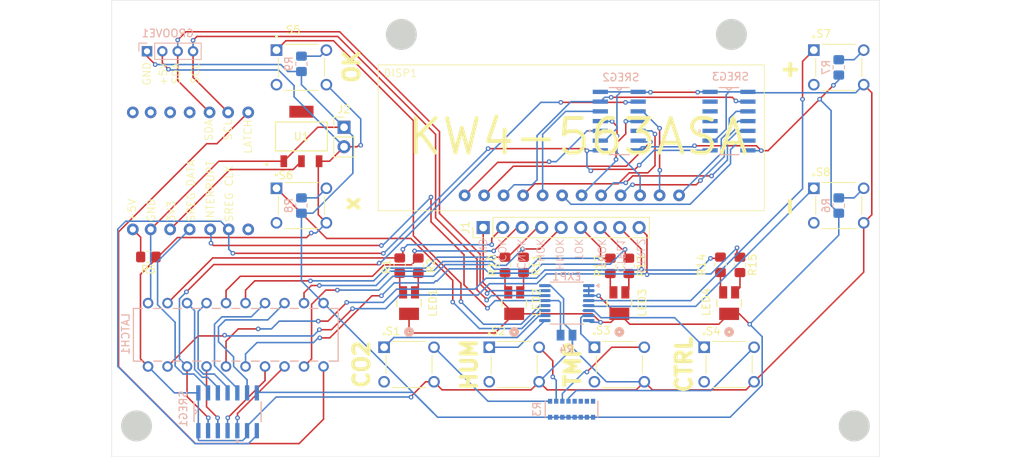
<source format=kicad_pcb>
(kicad_pcb (version 20240108) (generator "pcbnew") (generator_version "8.0")
  (layers (0 "F.Cu" signal) (31 "B.Cu" signal) (34 "B.Paste" user) (35 "F.Paste" user) (36 "B.SilkS" user "B.Silkscreen") (37 "F.SilkS" user "F.Silkscreen") (38 "B.Mask" user) (39 "F.Mask" user) (44 "Edge.Cuts" user))
  (net 0 "")
  (net 1 "SEG_E")
  (net 2 "SEG_D")
  (net 3 "SEG_F")
  (net 4 "SEG_C")
  (net 5 "DIG2")
  (net 6 "SEG_A")
  (net 7 "DIG3")
  (net 8 "DIG4")
  (net 9 "SEG_B")
  (net 10 "SEG_DP")
  (net 11 "SEG_G")
  (net 12 "DIG1")
  (net 13 "MCU SDA")
  (net 14 "Net-(EXP1-IO4)")
  (net 15 "Net-(EXP1-IO0)")
  (net 16 "GND")
  (net 17 "+5V")
  (net 18 "Net-(EXP1-IO6)")
  (net 19 "EXP NINT")
  (net 20 "Net-(EXP1-IO5)")
  (net 21 "Net-(EXP1-IO2)")
  (net 22 "Net-(EXP1-IO7)")
  (net 23 "Net-(EXP1-IO3)")
  (net 24 "MCU SCL")
  (net 25 "SREG21")
  (net 26 "SREG23")
  (net 27 "SREG22")
  (net 28 "SREG24")
  (net 29 "MCU SREG CLK")
  (net 30 "MCU LATCH")
  (net 32 "MCU SREG DAT")
  (net 34 "+3V3")
  (net 38 "LED CO2 G")
  (net 39 "LED HUM R")
  (net 40 "LED CO2 R")
  (net 41 "LED HUM G")
  (net 42 "LED TEMP R")
  (net 43 "LED TEMP G")
  (net 44 "LED CTRL2")
  (net 45 "LED CTRL1")
  (net 46 "Net-(R3-Pad3)")
  (net 47 "Net-(R3-Pad2)")
  (net 48 "Net-(R3-Pad4)")
  (net 49 "Net-(R3-Pad1)")
  (net 58 "LATCHED LED CO2 G")
  (net 59 "LATCHED LED HUM R")
  (net 60 "LATCHED LED CO2 R")
  (net 61 "LATCHED LED HUM G")
  (net 62 "LATCHED LED TEMP R")
  (net 63 "LATCHED LED TEMP G")
  (net 64 "LATCHED LED CTRL2")
  (net 65 "LATCHED LED CTRL1")
  (net 66 "Net-(EXP1-IO1)")
  (net 67 "Net-(MCU1-+5V)")
  (net 72 "Net-(R6-Pad1)")
  (net 73 "Net-(R7-Pad1)")
  (net 74 "Net-(R8-Pad1)")
  (net 75 "Net-(R9-Pad1)")
  (net 76 "Net-(LED1-Pad3)")
  (net 77 "Net-(LED1-Pad2)")
  (net 78 "Net-(LED2-Pad3)")
  (net 79 "Net-(LED2-Pad2)")
  (net 80 "Net-(LED3-Pad3)")
  (net 81 "Net-(LED3-Pad2)")
  (net 82 "Net-(LED4-Pad2)")
  (net 83 "Net-(LED4-Pad3)")
  (footprint "Connector_PinHeader_2.54mm:PinHeader_1x09_P2.54mm_Vertical" (layer "F.Cu") (at 92.6592 51.1556 90)
    (property "Reference" "J1")
    (property "Value" "Conn_01x09")
  )
  (footprint "TS02_66_70_BK_160_LCR_D:SW_TS02-66-70-BK-160-LCR-D" (layer "F.Cu") (at 68.9825 48.2931)
    (property "Reference" "S6")
    (property "Value" "TS02-66-70-BK-160-LCR-D")
  )
  (footprint "TS02_66_70_BK_160_LCR_D:SW_TS02-66-70-BK-160-LCR-D" (layer "F.Cu") (at 110.4 69)
    (property "Reference" "S3")
    (property "Value" "TS02-66-70-BK-160-LCR-D")
  )
  (footprint "TS02_66_70_BK_160_LCR_D:SW_TS02-66-70-BK-160-LCR-D" (layer "F.Cu") (at 124.7 69)
    (property "Reference" "S4")
    (property "Value" "TS02-66-70-BK-160-LCR-D")
  )
  (footprint "sienikomponentit:VLMV3100_VIS" (layer "F.Cu") (at 124.7 61 90)
    (property "Reference" "LED4")
    (property "Value" "VLMV3100-GS08")
  )
  (footprint "sienikomponentit:KW4-563ASA" (layer "F.Cu") (at 78.9825 29.9641)
    (property "Reference" "DISP1")
    (property "Value" "KW4-563ASA")
  )
  (footprint "TS02_66_70_BK_160_LCR_D:SW_TS02-66-70-BK-160-LCR-D" (layer "F.Cu") (at 83 69)
    (property "Reference" "S1")
    (property "Value" "TS02-66-70-BK-160-LCR-D")
  )
  (footprint "TS02_66_70_BK_160_LCR_D:SW_TS02-66-70-BK-160-LCR-D" (layer "F.Cu") (at 138.9825 30.2931)
    (property "Reference" "S7")
    (property "Value" "TS02-66-70-BK-160-LCR-D")
  )
  (footprint "Resistor_SMD:R_0805_2012Metric_Pad1.20x1.40mm_HandSolder" (layer "F.Cu") (at 97.917 56.023 -90)
    (property "Reference" "R11")
    (property "Value" "R")
  )
  (footprint "TS02_66_70_BK_160_LCR_D:SW_TS02-66-70-BK-160-LCR-D" (layer "F.Cu") (at 68.9825 30.2931)
    (property "Reference" "S5")
    (property "Value" "TS02-66-70-BK-160-LCR-D")
  )
  (footprint "Connector_PinHeader_2.54mm:PinHeader_1x02_P2.54mm_Vertical" (layer "F.Cu") (at 74.5315 38.0921)
    (property "Reference" "J2")
    (property "Value" "Conn_01x02")
  )
  (footprint "TS02_66_70_BK_160_LCR_D:SW_TS02-66-70-BK-160-LCR-D" (layer "F.Cu") (at 138.9825 48.2931)
    (property "Reference" "S8")
    (property "Value" "TS02-66-70-BK-160-LCR-D")
  )
  (footprint "Resistor_SMD:R_0805_2012Metric_Pad1.20x1.40mm_HandSolder" (layer "F.Cu") (at 95.504 56.023 -90)
    (property "Reference" "R10")
    (property "Value" "R")
  )
  (footprint "sienikomponentit:VLMV3100_VIS" (layer "F.Cu") (at 83 61 90)
    (property "Reference" "LED1")
    (property "Value" "VLMV3100-GS08")
  )
  (footprint "Resistor_SMD:R_0805_2012Metric_Pad1.20x1.40mm_HandSolder" (layer "F.Cu") (at 123.571 56.007 -90)
    (property "Reference" "R14")
    (property "Value" "R")
  )
  (footprint "Resistor_SMD:R_0805_2012Metric_Pad1.20x1.40mm_HandSolder" (layer "F.Cu") (at 126.111 56.023 -90)
    (property "Reference" "R15")
    (property "Value" "R")
  )
  (footprint "Resistor_SMD:R_0805_2012Metric_Pad1.20x1.40mm_HandSolder" (layer "F.Cu") (at 81.788 56.118 -90)
    (property "Reference" "R1")
    (property "Value" "R")
  )
  (footprint "AZ1117IH-3.3TRG1:SOT223_AZ1117I_6P5X3P5_DIO" (layer "F.Cu") (at 68.9825 39.2931)
    (property "Reference" "U1")
    (property "Value" "AZ1117IH-3.3TRG1")
  )
  (footprint "Resistor_SMD:R_0805_2012Metric_Pad1.20x1.40mm_HandSolder" (layer "F.Cu") (at 109.22 56.15 -90)
    (property "Reference" "R12")
    (property "Value" "R")
  )
  (footprint "Resistor_SMD:R_0805_2012Metric_Pad1.20x1.40mm_HandSolder" (layer "F.Cu") (at 49.038 54.991 180)
    (property "Reference" "R5")
    (property "Value" "R")
  )
  (footprint "Resistor_SMD:R_0805_2012Metric_Pad1.20x1.40mm_HandSolder" (layer "F.Cu") (at 111.633 56.15 -90)
    (property "Reference" "R13")
    (property "Value" "R")
  )
  (footprint "Resistor_SMD:R_0805_2012Metric_Pad1.20x1.40mm_HandSolder" (layer "F.Cu") (at 84.201 56.134 -90)
    (property "Reference" "R2")
    (property "Value" "R")
  )
  (footprint "sienikomponentit:VLMV3100_VIS" (layer "F.Cu") (at 96.7 61 90)
    (property "Reference" "LED2")
    (property "Value" "VLMV3100-GS08")
  )
  (footprint "TS02_66_70_BK_160_LCR_D:SW_TS02-66-70-BK-160-LCR-D" (layer "F.Cu") (at 96.7 69)
    (property "Reference" "S2")
    (property "Value" "TS02-66-70-BK-160-LCR-D")
  )
  (footprint "sienikomponentit:VLMV3100_VIS" (layer "F.Cu") (at 110.4 61 90)
    (property "Reference" "LED3")
    (property "Value" "VLMV3100-GS08")
  )
  (footprint "sienikomponentit:D14" (layer "B.Cu") (at 59.3598 75.1586 -90)
    (property "Reference" "SREG1")
    (property "Value" "SN74HC164DR")
  )
  (footprint "Resistor_SMD:R_0805_2012Metric_Pad1.20x1.40mm_HandSolder" (layer "B.Cu") (at 138.9825 48.2931 -90)
    (property "Reference" "R6")
    (property "Value" "R")
  )
  (footprint "sienikomponentit:D14" (layer "B.Cu") (at 124.6825 37.2931 180)
    (property "Reference" "SREG3")
    (property "Value" "SN74HC164DR")
  )
  (footprint "Connector_PinHeader_2.00mm:PinHeader_1x04_P2.00mm_Vertical" (layer "B.Cu") (at 48.864 28.194 -90)
    (property "Reference" "GROOVE1")
    (property "Value" "Conn_01x04_Pin")
  )
  (footprint "sienikomponentit:MCU 14" (layer "B.Cu") (at 56 44 -90)
    (property "Reference" "MCU1" (hide yes))
    (property "Value" "~" (hide yes))
  )
  (footprint "74AC373PC:PDIP20_26P42X6P6_ONS" (layer "B.Cu") (at 49 61 -90)
    (property "Reference" "LATCH1")
    (property "Value" "74AC373PC")
  )
  (footprint "RNCP0805FTD1K00:STA_RNCP0805_STP" (layer "B.Cu") (at 103.5177 65.1764 180)
    (property "Reference" "R4")
    (property "Value" "RNCP0805FTD1K00")
  )
  (footprint "Resistor_SMD:R_0805_2012Metric_Pad1.20x1.40mm_HandSolder" (layer "B.Cu") (at 68.9825 29.8306 -90)
    (property "Reference" "R9")
    (property "Value" "R")
  )
  (footprint "Package_SO:TSSOP-16_4.4x5mm_P0.65mm" (layer "B.Cu") (at 103.55 61 180)
    (property "Reference" "EXP1")
    (property "Value" "~")
  )
  (footprint "742C163103JP:RES_CTS74X_6P4X1P6_CTS" (layer "B.Cu") (at 104.171999 74.8284 -90)
    (property "Reference" "R3")
    (property "Value" "742C163103JP")
  )
  (footprint "Resistor_SMD:R_0805_2012Metric_Pad1.20x1.40mm_HandSolder" (layer "B.Cu") (at 138.9825 30.2931 -90)
    (property "Reference" "R7")
    (property "Value" "R")
  )
  (footprint "Resistor_SMD:R_0805_2012Metric_Pad1.20x1.40mm_HandSolder" (layer "B.Cu") (at 68.9825 48.2931 -90)
    (property "Reference" "R8")
    (property "Value" "R")
  )
  (footprint "sienikomponentit:D14" (layer "B.Cu") (at 110.3825 37.2931 180)
    (property "Reference" "SREG2")
    (property "Value" "SN74HC164DR")
  )
  (gr_circle (center 47.5 77) (end 49.5 77) (stroke (width 0.05)) (fill solid) (layer "Edge.Cuts"))
  (gr_circle (center 82 26) (end 84 26) (stroke (width 0.05)) (fill solid) (layer "Edge.Cuts"))
  (gr_circle (center 141 77) (end 143 77) (stroke (width 0.05)) (fill solid) (layer "Edge.Cuts"))
  (gr_rect (start 44.272 21.5392) (end 144.272 81.0392) (stroke (width 0.05)) (fill none) (layer "Edge.Cuts"))
  (gr_circle (center 125 26) (end 127 26) (stroke (width 0.05)) (fill solid) (layer "Edge.Cuts"))
  (gr_text "TNOK" (at 107.5 52.5 270) (layer "B.SilkS") (effects (font (size 1 1) (thickness 0.1)) (justify right bottom mirror)))
  (gr_text "TOK" (at 104.5 52.5 270) (layer "B.SilkS") (effects (font (size 1 1) (thickness 0.1)) (justify right bottom mirror)))
  (gr_text "HOK" (at 99.5 52.5 270) (layer "B.SilkS") (effects (font (size 1 1) (thickness 0.1)) (justify right bottom mirror)))
  (gr_text "CTRL1" (at 110 52.5 270) (layer "B.SilkS") (effects (font (size 1 1) (thickness 0.1)) (justify right bottom mirror)))
  (gr_text "CTRL2" (at 112.6 52.5 270) (layer "B.SilkS") (effects (font (size 1 1) (thickness 0.1)) (justify right bottom mirror)))
  (gr_text "COK" (at 94.5 52.5 270) (layer "B.SilkS") (effects (font (size 1 1) (thickness 0.1)) (justify right bottom mirror)))
  (gr_text "HNOK" (at 102 52.5 270) (layer "B.SilkS") (effects (font (size 1 1) (thickness 0.1)) (justify right bottom mirror)))
  (gr_text "GND" (at 92 52.5 270) (layer "B.SilkS") (effects (font (size 1 1) (thickness 0.1)) (justify right bottom mirror)))
  (gr_text "CNOK" (at 97 52.5 270) (layer "B.SilkS") (effects (font (size 1 1) (thickness 0.1)) (justify right bottom mirror)))
  (gr_text "CTRL" (at 120 69 90) (layer "F.SilkS") (effects (font (size 2 2) (thickness 0.5) (bold yes)) (justify bottom)))
  (gr_text "-" (at 133.6548 48.4124 90) (layer "F.SilkS") (effects (font (size 2 2) (thickness 0.5) (bold yes)) (justify bottom)))
  (gr_text "GND" (at 49.4284 32.7152 90) (layer "F.SilkS") (effects (font (size 1 1) (thickness 0.1)) (justify left bottom)))
  (gr_text "GND" (at 50 50.5 90) (layer "F.SilkS") (effects (font (size 1 1) (thickness 0.1)) (justify left bottom)))
  (gr_text "CO2" (at 78 69 90) (layer "F.SilkS") (effects (font (size 2 2) (thickness 0.5) (bold yes)) (justify bottom)))
  (gr_text "SREG CLK" (at 60.15 50.5 90) (layer "F.SilkS") (effects (font (size 1 1) (thickness 0.1)) (justify left bottom)))
  (gr_text "+5V" (at 47.5 50.5 90) (layer "F.SilkS") (effects (font (size 1 1) (thickness 0.1)) (justify left bottom)))
  (gr_text "SREG DATA" (at 55.17 50.5 90) (layer "F.SilkS") (effects (font (size 1 1) (thickness 0.1)) (justify left bottom)))
  (gr_text "LATCH" (at 62.6 37 90) (layer "F.SilkS") (effects (font (size 1 1) (thickness 0.1)) (justify right bottom)))
  (gr_text "HUM" (at 92 69 90) (layer "F.SilkS") (effects (font (size 2 2) (thickness 0.5) (bold yes)) (justify bottom)))
  (gr_text "SCL" (at 55.7384 29.6164 90) (layer "F.SilkS") (effects (font (size 1 1) (thickness 0.1)) (justify right bottom)))
  (gr_text "+5V" (at 51.562 32.766 90) (layer "F.SilkS") (effects (font (size 1 1) (thickness 0.1)) (justify left bottom)))
  (gr_text "3V3" (at 52.6 50.5 90) (layer "F.SilkS") (effects (font (size 1 1) (thickness 0.1)) (justify left bottom)))
  (gr_text "SDA" (at 53.2384 29.6164 90) (layer "F.SilkS") (effects (font (size 1 1) (thickness 0.1)) (justify right bottom)))
  (gr_text "OK" (at 76.708 30.1752 90) (layer "F.SilkS") (effects (font (size 2 2) (thickness 0.5) (bold yes)) (justify bottom)))
  (gr_text "SDA" (at 57.5 37 90) (layer "F.SilkS") (effects (font (size 1 1) (thickness 0.1)) (justify right bottom)))
  (gr_text "x" (at 76.708 48.0568 90) (layer "F.SilkS") (effects (font (size 2 2) (thickness 0.5) (bold yes)) (justify bottom)))
  (gr_text "INTERRUPT" (at 57.7 50.5 90) (layer "F.SilkS") (effects (font (size 1 1) (thickness 0.1)) (justify left bottom)))
  (gr_text "+" (at 133.7056 30.5816 90) (layer "F.SilkS") (effects (font (size 2 2) (thickness 0.5) (bold yes)) (justify bottom)))
  (gr_text "SCL" (at 60 37 90) (layer "F.SilkS") (effects (font (size 1 1) (thickness 0.1)) (justify right bottom)))
  (gr_text "TMP" (at 105.5 69 90) (layer "F.SilkS") (effects (font (size 2 2) (thickness 0.5) (bold yes)) (justify bottom)))
  (segment (start 94.5425 42.6641) (end 90.2425 46.9641) (width 0.2) (layer "F.Cu") (net 1))
  (segment (start 101.1524 42.6641) (end 94.5425 42.6641) (width 0.2) (layer "F.Cu") (net 1))
  (segment (start 101.2444 42.5721) (end 101.1524 42.6641) (width 0.2) (layer "F.Cu") (net 1))
  (via (at 101.2444 42.5721) (size 0.6) (drill 0.3) (layers "F.Cu" "B.Cu") (net 1))
  (segment (start 106.1915 38.5631) (end 107.9187 38.5631) (width 0.2) (layer "B.Cu") (net 1))
  (segment (start 102.1825 42.5721) (end 106.1915 38.5631) (width 0.2) (layer "B.Cu") (net 1))
  (segment (start 101.2444 42.5721) (end 102.1825 42.5721) (width 0.2) (layer "B.Cu") (net 1))
  (segment (start 114.4445 40.0383) (end 114.4445 39.9971) (width 0.2) (layer "F.Cu") (net 2))
  (segment (start 92.7825 46.9641) (end 96.5745 43.1721) (width 0.2) (layer "F.Cu") (net 2))
  (segment (start 96.5745 43.1721) (end 111.3107 43.1721) (width 0.2) (layer "F.Cu") (net 2))
  (segment (start 111.3107 43.1721) (end 114.4445 40.0383) (width 0.2) (layer "F.Cu") (net 2))
  (via (at 114.4445 39.9971) (size 0.6) (drill 0.3) (layers "F.Cu" "B.Cu") (net 2))
  (segment (start 113.0103 39.9971) (end 112.8463 39.8331) (width 0.2) (layer "B.Cu") (net 2))
  (segment (start 114.4445 39.9971) (end 113.0103 39.9971) (width 0.2) (layer "B.Cu") (net 2))
  (segment (start 110.0915 39.2351) (end 110.0915 37.9651) (width 0.2) (layer "F.Cu") (net 3))
  (segment (start 110.0915 37.9651) (end 109.4565 37.3301) (width 0.2) (layer "F.Cu") (net 3))
  (via (at 110.0915 39.2351) (size 0.6) (drill 0.3) (layers "F.Cu" "B.Cu") (net 3))
  (via (at 109.4565 37.3301) (size 0.6) (drill 0.3) (layers "F.Cu" "B.Cu") (net 3))
  (segment (start 110.0915 41.3941) (end 110.0915 39.2351) (width 0.2) (layer "B.Cu") (net 3))
  (segment (start 107.9557 37.3301) (end 107.9187 37.2931) (width 0.2) (layer "B.Cu") (net 3))
  (segment (start 109.4565 37.3301) (end 107.9557 37.3301) (width 0.2) (layer "B.Cu") (net 3))
  (segment (start 113.1025 46.9641) (end 113.1025 44.4051) (width 0.2) (layer "B.Cu") (net 3))
  (segment (start 113.1025 44.4051) (end 110.0915 41.3941) (width 0.2) (layer "B.Cu") (net 3))
  (segment (start 111.687706 44.029365) (end 114.111035 44.029365) (width 0.2) (layer "F.Cu") (net 4))
  (segment (start 97.8625 46.9641) (end 99.3685 45.4581) (width 0.2) (layer "F.Cu") (net 4))
  (segment (start 114.111035 44.029365) (end 115.0445 43.0959) (width 0.2) (layer "F.Cu") (net 4))
  (segment (start 115.0445 38.9831) (end 115.0425 38.9811) (width 0.2) (layer "F.Cu") (net 4))
  (segment (start 99.3685 45.4581) (end 110.258971 45.4581) (width 0.2) (layer "F.Cu") (net 4))
  (segment (start 115.0445 43.0959) (end 115.0445 38.9831) (width 0.2) (layer "F.Cu") (net 4))
  (segment (start 110.258971 45.4581) (end 111.687706 44.029365) (width 0.2) (layer "F.Cu") (net 4))
  (via (at 115.0425 38.9811) (size 0.6) (drill 0.3) (layers "F.Cu" "B.Cu") (net 4))
  (segment (start 114.6245 38.5631) (end 112.8463 38.5631) (width 0.2) (layer "B.Cu") (net 4))
  (segment (start 115.0425 38.9811) (end 114.6245 38.5631) (width 0.2) (layer "B.Cu") (net 4))
  (segment (start 120.965765 45.029365) (end 120.41003 45.5851) (width 0.2) (layer "F.Cu") (net 5))
  (segment (start 120.41003 45.5851) (end 112.1235 45.5851) (width 0.2) (layer "F.Cu") (net 5))
  (via (at 120.965765 45.029365) (size 0.6) (drill 0.3) (layers "F.Cu" "B.Cu") (net 5))
  (via (at 112.1235 45.5851) (size 0.6) (drill 0.3) (layers "F.Cu" "B.Cu") (net 5))
  (segment (start 124.0805 39.781786) (end 124.0805 41.91463) (width 0.2) (layer "B.Cu") (net 5))
  (segment (start 111.9415 45.5851) (end 112.1235 45.5851) (width 0.2) (layer "B.Cu") (net 5))
  (segment (start 127.1463 37.2931) (end 125.8765 37.2931) (width 0.2) (layer "B.Cu") (net 5))
  (segment (start 125.4965 37.6731) (end 125.4965 38.365786) (width 0.2) (layer "B.Cu") (net 5))
  (segment (start 125.8765 37.2931) (end 125.4965 37.6731) (width 0.2) (layer "B.Cu") (net 5))
  (segment (start 124.0805 41.91463) (end 120.965765 45.029365) (width 0.2) (layer "B.Cu") (net 5))
  (segment (start 110.5625 46.9641) (end 111.9415 45.5851) (width 0.2) (layer "B.Cu") (net 5))
  (segment (start 125.4965 38.365786) (end 124.0805 39.781786) (width 0.2) (layer "B.Cu") (net 5))
  (segment (start 115.6425 43.6589) (end 115.6716 43.688) (width 0.2) (layer "F.Cu") (net 6))
  (segment (start 115.6425 38.2193) (end 115.6425 43.6589) (width 0.2) (layer "F.Cu") (net 6))
  (via (at 115.6425 38.2193) (size 0.6) (drill 0.3) (layers "F.Cu" "B.Cu") (net 6))
  (via (at 115.6716 43.688) (size 0.6) (drill 0.3) (layers "F.Cu" "B.Cu") (net 6))
  (segment (start 115.6716 43.688) (end 115.6425 43.7171) (width 0.2) (layer "B.Cu") (net 6))
  (segment (start 113.4463 36.0231) (end 112.8463 36.0231) (width 0.2) (layer "B.Cu") (net 6))
  (segment (start 115.5974 38.1742) (end 113.4463 36.0231) (width 0.2) (layer "B.Cu") (net 6))
  (segment (start 115.6425 43.7171) (end 115.6425 46.9641) (width 0.2) (layer "B.Cu") (net 6))
  (segment (start 115.6425 38.2193) (end 115.5974 38.1742) (width 0.2) (layer "B.Cu") (net 6))
  (segment (start 122.397765 44.429365) (end 122.40603 44.43763) (width 0.2) (layer "F.Cu") (net 7))
  (segment (start 111.2345 45.3311) (end 112.136235 44.429365) (width 0.2) (layer "F.Cu") (net 7))
  (segment (start 112.136235 44.429365) (end 122.397765 44.429365) (width 0.2) (layer "F.Cu") (net 7))
  (via (at 122.40603 44.43763) (size 0.6) (drill 0.3) (layers "F.Cu" "B.Cu") (net 7))
  (via (at 111.2345 45.3311) (size 0.6) (drill 0.3) (layers "F.Cu" "B.Cu") (net 7))
  (segment (start 111.2345 45.3311) (end 109.6555 45.3311) (width 0.2) (layer "B.Cu") (net 7))
  (segment (start 124.4805 42.36316) (end 122.40603 44.43763) (width 0.2) (layer "B.Cu") (net 7))
  (segment (start 109.6555 45.3311) (end 108.0225 46.9641) (width 0.2) (layer "B.Cu") (net 7))
  (segment (start 125.8765 38.5631) (end 124.4805 39.9591) (width 0.2) (layer "B.Cu") (net 7))
  (segment (start 127.1463 38.5631) (end 125.8765 38.5631) (width 0.2) (layer "B.Cu") (net 7))
  (segment (start 124.4805 39.9591) (end 124.4805 42.36316) (width 0.2) (layer "B.Cu") (net 7))
  (segment (start 126.0605 39.8331) (end 124.8805 41.0131) (width 0.2) (layer "B.Cu") (net 8))
  (segment (start 124.8805 42.8611) (end 119.6165 48.1251) (width 0.2) (layer "B.Cu") (net 8))
  (segment (start 124.8805 41.0131) (end 124.8805 42.8611) (width 0.2) (layer "B.Cu") (net 8))
  (segment (start 119.6165 48.1251) (end 104.1035 48.1251) (width 0.2) (layer "B.Cu") (net 8))
  (segment (start 127.1463 39.8331) (end 126.0605 39.8331) (width 0.2) (layer "B.Cu") (net 8))
  (segment (start 104.1035 48.1251) (end 102.9425 46.9641) (width 0.2) (layer "B.Cu") (net 8))
  (segment (start 109.9645 42.2831) (end 109.9645 40.210629) (width 0.2) (layer "F.Cu") (net 9))
  (segment (start 111.2345 38.940629) (end 111.2345 37.3301) (width 0.2) (layer "F.Cu") (net 9))
  (segment (start 109.9645 40.210629) (end 111.2345 38.940629) (width 0.2) (layer "F.Cu") (net 9))
  (via (at 111.2345 37.3301) (size 0.6) (drill 0.3) (layers "F.Cu" "B.Cu") (net 9))
  (via (at 109.9645 42.2831) (size 0.6) (drill 0.3) (layers "F.Cu" "B.Cu") (net 9))
  (segment (start 111.2345 37.3301) (end 112.8093 37.3301) (width 0.2) (layer "B.Cu") (net 9))
  (segment (start 109.9645 42.4821) (end 109.9645 42.2831) (width 0.2) (layer "B.Cu") (net 9))
  (segment (start 105.4825 46.9641) (end 109.9645 42.4821) (width 0.2) (layer "B.Cu") (net 9))
  (segment (start 112.8093 37.3301) (end 112.8463 37.2931) (width 0.2) (layer "B.Cu") (net 9))
  (segment (start 125.1125 34.1901) (end 109.3295 34.1901) (width 0.2) (layer "F.Cu") (net 10))
  (segment (start 125.5855 34.6631) (end 125.1125 34.1901) (width 0.2) (layer "F.Cu") (net 10))
  (via (at 125.5855 34.6631) (size 0.6) (drill 0.3) (layers "F.Cu" "B.Cu") (net 10))
  (via (at 109.3295 34.1901) (size 0.6) (drill 0.3) (layers "F.Cu" "B.Cu") (net 10))
  (segment (start 99.6775 44.9501) (end 99.0425 45.5851) (width 0.2) (layer "B.Cu") (net 10))
  (segment (start 99.6775 39.177414) (end 99.6775 44.9501) (width 0.2) (layer "B.Cu") (net 10))
  (segment (start 109.3295 34.1901) (end 108.4817 34.1901) (width 0.2) (layer "B.Cu") (net 10))
  (segment (start 96.7015 45.5851) (end 95.3225 46.9641) (width 0.2) (layer "B.Cu") (net 10))
  (segment (start 108.4817 34.1901) (end 107.9187 34.7531) (width 0.2) (layer "B.Cu") (net 10))
  (segment (start 99.0425 45.5851) (end 96.7015 45.5851) (width 0.2) (layer "B.Cu") (net 10))
  (segment (start 125.6755 34.7531) (end 125.5855 34.6631) (width 0.2) (layer "B.Cu") (net 10))
  (segment (start 107.9187 34.7531) (end 104.101814 34.7531) (width 0.2) (layer "B.Cu") (net 10))
  (segment (start 127.1463 34.7531) (end 125.6755 34.7531) (width 0.2) (layer "B.Cu") (net 10))
  (segment (start 104.101814 34.7531) (end 99.6775 39.177414) (width 0.2) (layer "B.Cu") (net 10))
  (segment (start 103.3975 36.0231) (end 107.9187 36.0231) (width 0.2) (layer "B.Cu") (net 11))
  (segment (start 100.4025 46.9641) (end 100.4025 39.0181) (width 0.2) (layer "B.Cu") (net 11))
  (segment (start 100.4025 39.0181) (end 103.3975 36.0231) (width 0.2) (layer "B.Cu") (net 11))
  (segment (start 123.6805 41.4661) (end 123.6805 39.6161) (width 0.2) (layer "B.Cu") (net 12))
  (segment (start 118.1825 46.9641) (end 123.6805 41.4661) (width 0.2) (layer "B.Cu") (net 12))
  (segment (start 124.7155 36.9301) (end 125.6225 36.0231) (width 0.2) (layer "B.Cu") (net 12))
  (segment (start 124.7155 38.5811) (end 124.7155 36.9301) (width 0.2) (layer "B.Cu") (net 12))
  (segment (start 125.6225 36.0231) (end 127.1463 36.0231) (width 0.2) (layer "B.Cu") (net 12))
  (segment (start 123.6805 39.6161) (end 124.7155 38.5811) (width 0.2) (layer "B.Cu") (net 12))
  (segment (start 92.2592 58.524886) (end 92.2592 54.6164) (width 0.2) (layer "F.Cu") (net 13))
  (segment (start 73.9648 25.654) (end 53.9308 25.654) (width 0.2) (layer "F.Cu") (net 13))
  (segment (start 52.864 28.194) (end 52.864 32.0064) (width 0.2) (layer "F.Cu") (net 13))
  (segment (start 93.1672 59.432886) (end 92.2592 58.524886) (width 0.2) (layer "F.Cu") (net 13))
  (segment (start 52.864 32.0064) (end 57.0136 36.156) (width 0.2) (layer "F.Cu") (net 13))
  (segment (start 57.277895 36.156) (end 57.0136 36.156) (width 0.2) (layer "F.Cu") (net 13))
  (segment (start 53.9308 25.654) (end 52.864 26.7208) (width 0.2) (layer "F.Cu") (net 13))
  (segment (start 86.9696 49.3268) (end 86.9696 38.6588) (width 0.2) (layer "F.Cu") (net 13))
  (segment (start 93.1672 59.7408) (end 93.1672 59.432886) (width 0.2) (layer "F.Cu") (net 13))
  (segment (start 86.9696 38.6588) (end 73.9648 25.654) (width 0.2) (layer "F.Cu") (net 13))
  (segment (start 92.2592 54.6164) (end 86.9696 49.3268) (width 0.2) (layer "F.Cu") (net 13))
  (via (at 52.864 26.7208) (size 0.6) (drill 0.3) (layers "F.Cu" "B.Cu") (net 13))
  (via (at 93.1672 59.7408) (size 0.6) (drill 0.3) (layers "F.Cu" "B.Cu") (net 13))
  (segment (start 93.533 59.375) (end 93.1672 59.7408) (width 0.2) (layer "B.Cu") (net 13))
  (segment (start 52.864 26.7208) (end 52.864 28.194) (width 0.2) (layer "B.Cu") (net 13))
  (segment (start 100.6875 59.375) (end 93.533 59.375) (width 0.2) (layer "B.Cu") (net 13))
  (segment (start 97.2125 66.75) (end 93.45 66.75) (width 0.2) (layer "B.Cu") (net 14))
  (segment (start 100.6875 63.275) (end 97.2125 66.75) (width 0.2) (layer "B.Cu") (net 14))
  (segment (start 134.2644 29.5112) (end 135.7325 28.0431) (width 0.2) (layer "F.Cu") (net 15))
  (segment (start 134.2644 34.4424) (end 134.2644 29.5112) (width 0.2) (layer "F.Cu") (net 15))
  (via (at 134.2644 34.4424) (size 0.6) (drill 0.3) (layers "F.Cu" "B.Cu") (net 15))
  (segment (start 119.700729 60.675) (end 106.4125 60.675) (width 0.2) (layer "B.Cu") (net 15))
  (segment (start 134.2644 34.4424) (end 134.2644 46.111329) (width 0.2) (layer "B.Cu") (net 15))
  (segment (start 134.2644 46.111329) (end 119.700729 60.675) (width 0.2) (layer "B.Cu") (net 15))
  (segment (start 129.7765 41.1401) (end 128.8875 41.1401) (width 0.2) (layer "F.Cu") (net 16))
  (segment (start 92.6592 58.3592) (end 96.7 62.4) (width 0.2) (layer "F.Cu") (net 16))
  (segment (start 110.4 62.4) (end 111.75 63.75) (width 0.2) (layer "F.Cu") (net 16))
  (segment (start 96.7 62.4) (end 106.85 62.4) (width 0.2) (layer "F.Cu") (net 16))
  (segment (start 106.85 62.4) (end 107.95 63.5) (width 0.2) (layer "F.Cu") (net 16))
  (segment (start 83.312 64.897) (end 94.203 64.897) (width 0.2) (layer "F.Cu") (net 16))
  (segment (start 83 62.4) (end 83 64.585) (width 0.2) (layer "F.Cu") (net 16))
  (segment (start 136.4869 34.4297) (end 129.7765 41.1401) (width 0.2) (layer "F.Cu") (net 16))
  (segment (start 138.2855 32.6311) (end 136.4869 34.4297) (width 0.2) (layer "F.Cu") (net 16))
  (segment (start 111.75 63.75) (end 123.35 63.75) (width 0.2) (layer "F.Cu") (net 16))
  (segment (start 126.027 62.4) (end 124.7 62.4) (width 0.2) (layer "F.Cu") (net 16))
  (segment (start 110.4 62.4) (end 109.3 63.5) (width 0.2) (layer "F.Cu") (net 16))
  (segment (start 109.3 63.5) (end 107.95 63.5) (width 0.2) (layer "F.Cu") (net 16))
  (segment (start 120.1928 40.5031) (end 128.2505 40.5031) (width 0.2) (layer "F.Cu") (net 16))
  (segment (start 110.0504 62.4) (end 110.4 62.4) (width 0.2) (layer "F.Cu") (net 16))
  (segment (start 49.34 51.396) (end 58.2171 42.5189) (width 0.2) (layer "F.Cu") (net 16))
  (segment (start 107.696 60.0456) (end 110.0504 62.4) (width 0.2) (layer "F.Cu") (net 16))
  (segment (start 92.6592 51.1556) (end 92.6592 58.3592) (width 0.2) (layer "F.Cu") (net 16))
  (segment (start 94.203 64.897) (end 96.7 62.4) (width 0.2) (layer "F.Cu") (net 16))
  (segment (start 48.864 28.194) (end 48.864 28.8488) (width 0.2) (layer "F.Cu") (net 16))
  (segment (start 127.381 63.754) (end 126.027 62.4) (width 0.2) (layer "F.Cu") (net 16))
  (segment (start 123.35 63.75) (end 124.7 62.4) (width 0.2) (layer "F.Cu") (net 16))
  (segment (start 128.2505 40.5031) (end 128.8875 41.1401) (width 0.2) (layer "F.Cu") (net 16))
  (segment (start 71.1093 38.0921) (end 66.6825 42.5189) (width 0.2) (layer "F.Cu") (net 16))
  (segment (start 83 64.585) (end 83.312 64.897) (width 0.2) (layer "F.Cu") (net 16))
  (segment (start 48.864 28.8488) (end 49.9364 29.9212) (width 0.2) (layer "F.Cu") (net 16))
  (segment (start 58.2171 42.5189) (end 66.6825 42.5189) (width 0.2) (layer "F.Cu") (net 16))
  (segment (start 74.5315 38.0921) (end 71.1093 38.0921) (width 0.2) (layer "F.Cu") (net 16))
  (via (at 136.4869 34.4297) (size 0.6) (drill 0.3) (layers "F.Cu" "B.Cu") (net 16))
  (via (at 128.8875 41.1401) (size 0.6) (drill 0.3) (layers "F.Cu" "B.Cu") (net 16))
  (via (at 120.1928 40.5031) (size 0.6) (drill 0.3) (layers "F.Cu" "B.Cu") (net 16))
  (via (at 127.381 63.754) (size 0.6) (drill 0.3) (layers "F.Cu" "B.Cu") (net 16))
  (via (at 49.9364 29.9212) (size 0.6) (drill 0.3) (layers "F.Cu" "B.Cu") (net 16))
  (via (at 107.696 60.0456) (size 0.6) (drill 0.3) (layers "F.Cu" "B.Cu") (net 16))
  (via (at 107.95 63.5) (size 0.6) (drill 0.3) (layers "F.Cu" "B.Cu") (net 16))
  (via (at 138.2855 32.6311) (size 0.6) (drill 0.3) (layers "F.Cu" "B.Cu") (net 16))
  (segment (start 137.9825 35.9253) (end 136.4869 34.4297) (width 0.2) (layer "B.Cu") (net 16))
  (segment (start 107.6754 60.025) (end 106.4125 60.025) (width 0.2) (layer "B.Cu") (net 16))
  (segment (start 124.820782 75.8698) (end 129.004 71.686582) (width 0.2) (layer "B.Cu") (net 16))
  (segment (start 138.9825 31.2931) (end 138.9825 31.9341) (width 0.2) (layer "B.Cu") (net 16))
  (segment (start 68.9825 30.8306) (end 67.2034 30.8306) (width 0.2) (layer "B.Cu") (net 16))
  (segment (start 75.6815 44.084682) (end 75.6815 39.2421) (width 0.2) (layer "B.Cu") (net 16))
  (segment (start 66.294 29.9212) (end 49.9364 29.9212) (width 0.2) (layer "B.Cu") (net 16))
  (segment (start 128.8875 41.1401) (end 127.1833 41.1401) (width 0.2) (layer "B.Cu") (net 16))
  (segment (start 101.372 75.8698) (end 91.2368 75.8698) (width 0.2) (layer "B.Cu") (net 16))
  (segment (start 86.7298 75.8698) (end 86.1512 75.2912) (width 0.2) (layer "B.Cu") (net 16))
  (segment (start 129.004 71.686582) (end 129.004 65.377) (width 0.2) (layer "B.Cu") (net 16))
  (segment (start 86.1512 75.2912) (end 71.86 61) (width 0.2) (layer "B.Cu") (net 16))
  (segment (start 68.9825 49.2931) (end 70.473082 49.2931) (width 0.2) (layer "B.Cu") (net 16))
  (segment (start 107.696 60.0456) (end 107.6754 60.025) (width 0.2) (layer "B.Cu") (net 16))
  (segment (start 127.1833 41.1401) (end 127.1463 41.1031) (width 0.2) (layer "B.Cu") (net 16))
  (segment (start 106.971998 75.8698) (end 124.820782 75.8698) (width 0.2) (layer "B.Cu") (net 16))
  (segment (start 75.6815 39.2421) (end 74.5315 38.0921) (width 0.2) (layer "B.Cu") (net 16))
  (segment (start 106.4125 60.025) (end 106.4125 58.725) (width 0.2) (layer "B.Cu") (net 16))
  (segment (start 68.9825 30.8306) (end 68.9825 32.5431) (width 0.2) (layer "B.Cu") (net 16))
  (segment (start 138.9825 49.2931) (end 137.9825 48.2931) (width 0.2) (layer "B.Cu") (net 16))
  (segment (start 138.9825 31.9341) (end 138.2855 32.6311) (width 0.2) (layer "B.Cu") (net 16))
  (segment (start 106.6375 63.5) (end 106.4125 63.275) (width 0.2) (layer "B.Cu") (net 16))
  (segment (start 138.9825 52.1525) (end 127.381 63.754) (width 0.2) (layer "B.Cu") (net 16))
  (segment (start 107.95 63.5) (end 106.6375 63.5) (width 0.2) (layer "B.Cu") (net 16))
  (segment (start 49.34 60.66) (end 49 61) (width 0.2) (layer "B.Cu") (net 16))
  (segment (start 83.4913 72.6313) (end 86.1512 75.2912) (width 0.2) (layer "B.Cu") (net 16))
  (segment (start 128.8875 41.3061) (end 128.8875 41.1401) (width 0.2) (layer "B.Cu") (net 16))
  (segment (start 67.2034 30.8306) (end 66.294 29.9212) (width 0.2) (layer "B.Cu") (net 16))
  (segment (start 63.1698 72.6948) (end 63.3984 72.4662) (width 0.2) (layer "B.Cu") (net 16))
  (segment (start 68.9825 58.1225) (end 68.9825 49.2931) (width 0.2) (layer "B.Cu") (net 16))
  (segment (start 91.2368 75.8698) (end 86.7298 75.8698) (width 0.2) (layer "B.Cu") (net 16))
  (segment (start 63.2333 72.6313) (end 83.4913 72.6313) (width 0.2) (layer "B.Cu") (net 16))
  (segment (start 68.9825 32.5431) (end 74.5315 38.0921) (width 0.2) (layer "B.Cu") (net 16))
  (segment (start 137.9825 48.2931) (end 137.9825 35.9253) (width 0.2) (layer "B.Cu") (net 16))
  (segment (start 113.3094 40.64) (end 120.0559 40.64) (width 0.2) (layer "B.Cu") (net 16))
  (segment (start 70.473082 49.2931) (end 75.6815 44.084682) (width 0.2) (layer "B.Cu") (net 16))
  (segment (start 49.34 51.396) (end 49.34 60.66) (width 0.2) (layer "B.Cu") (net 16))
  (segment (start 129.004 65.377) (end 127.381 63.754) (width 0.2) (layer "B.Cu") (net 16))
  (segment (start 63.1698 72.6948) (end 63.2333 72.6313) (width 0.2) (layer "B.Cu") (net 16))
  (segment (start 120.0559 40.64) (end 120.1928 40.5031) (width 0.2) (layer "B.Cu") (net 16))
  (segment (start 71.86 61) (end 68.9825 58.1225) (width 0.2) (layer "B.Cu") (net 16))
  (segment (start 106.971998 75.8698) (end 101.372 75.8698) (width 0.2) (layer "B.Cu") (net 16))
  (segment (start 138.9825 49.2931) (end 138.9825 52.1525) (width 0.2) (layer "B.Cu") (net 16))
  (segment (start 112.8463 41.1031) (end 113.3094 40.64) (width 0.2) (layer "B.Cu") (net 16))
  (segment (start 83.312 73.2028) (end 83.312 73.1012) (width 0.2) (layer "F.Cu") (net 17))
  (segment (start 76.454 40.4368) (end 76.2587 40.6321) (width 0.2) (layer "F.Cu") (net 17))
  (segment (start 142.2325 50.5431) (end 143.2865 49.4891) (width 0.2) (layer "F.Cu") (net 17))
  (segment (start 120.5992 33.528) (end 114.4524 33.528) (width 0.2) (layer "F.Cu") (net 17))
  (segment (start 50.864 28.194) (end 50.864 29.7312) (width 0.2) (layer "F.Cu") (net 17))
  (segment (start 112.596 72.304) (end 113.65 71.25) (width 0.2) (layer "F.Cu") (net 17))
  (segment (start 76.2587 40.6321) (end 74.5315 40.6321) (width 0.2) (layer "F.Cu") (net 17))
  (segment (start 143.2865 33.5971) (end 142.2325 32.5431) (width 0.2) (layer "F.Cu") (net 17))
  (segment (start 101.004 72.304) (end 112.596 72.304) (width 0.2) (layer "F.Cu") (net 17))
  (segment (start 99.95 71.25) (end 98.896 72.304) (width 0.2) (layer "F.Cu") (net 17))
  (segment (start 48.0142 68.2692) (end 48.0142 57.2688) (width 0.2) (layer "F.Cu") (net 17))
  (segment (start 85.1632 71.25) (end 86.25 71.25) (width 0.2) (layer "F.Cu") (net 17))
  (segment (start 52.825 52.458) (end 48.0142 57.2688) (width 0.2) (layer "F.Cu") (net 17))
  (segment (start 71.1785 49.4891) (end 71.1785 42.6229) (width 0.2) (layer "F.Cu") (net 17))
  (segment (start 72.2325 50.5431) (end 71.1785 49.4891) (width 0.2) (layer "F.Cu") (net 17))
  (segment (start 98.896 72.304) (end 87.304 72.304) (width 0.2) (layer "F.Cu") (net 17))
  (segment (start 71.2825 42.5189) (end 72.6447 42.5189) (width 0.2) (layer "F.Cu") (net 17))
  (segment (start 72.6447 42.5189) (end 74.5315 40.6321) (width 0.2) (layer "F.Cu") (net 17))
  (segment (start 113.65 71.25) (end 114.704 72.304) (width 0.2) (layer "F.Cu") (net 17))
  (segment (start 143.2865 49.4891) (end 143.2865 33.5971) (width 0.2) (layer "F.Cu") (net 17))
  (segment (start 50.864 29.7312) (end 51.6636 30.5308) (width 0.2) (layer "F.Cu") (net 17))
  (segment (start 48.0142 57.2688) (end 50.038 55.245) (width 0.2) (layer "F.Cu") (net 17))
  (segment (start 142.2325 56.9675) (end 127.95 71.25) (width 0.2) (layer "F.Cu") (net 17))
  (segment (start 70.2564 51.8668) (end 69.6652 52.458) (width 0.2) (layer "F.Cu") (net 17))
  (segment (start 99.95 71.25) (end 101.004 72.304) (width 0.2) (layer "F.Cu") (net 17))
  (segment (start 87.304 72.304) (end 86.25 71.25) (width 0.2) (layer "F.Cu") (net 17))
  (segment (start 114.704 72.304) (end 126.896 72.304) (width 0.2) (layer "F.Cu") (net 17))
  (segment (start 49 69.255) (end 48.0142 68.2692) (width 0.2) (layer "F.Cu") (net 17))
  (segment (start 83.312 73.1012) (end 85.1632 71.25) (width 0.2) (layer "F.Cu") (net 17))
  (segment (start 126.896 72.304) (end 127.95 71.25) (width 0.2) (layer "F.Cu") (net 17))
  (segment (start 83.2612 73.2536) (end 83.312 73.2028) (width 0.2) (layer "F.Cu") (net 17))
  (segment (start 71.1785 42.6229) (end 71.2825 42.5189) (width 0.2) (layer "F.Cu") (net 17))
  (segment (start 76.708 40.4368) (end 76.454 40.4368) (width 0.2) (layer "F.Cu") (net 17))
  (segment (start 50.038 55.245) (end 50.038 54.991) (width 0.2) (layer "F.Cu") (net 17))
  (segment (start 69.6652 52.458) (end 52.825 52.458) (width 0.2) (layer "F.Cu") (net 17))
  (segment (start 142.2325 50.5431) (end 142.2325 56.9675) (width 0.2) (layer "F.Cu") (net 17))
  (via (at 120.5992 33.528) (size 0.6) (drill 0.3) (layers "F.Cu" "B.Cu") (net 17))
  (via (at 70.2564 51.8668) (size 0.6) (drill 0.3) (layers "F.Cu" "B.Cu") (net 17))
  (via (at 76.708 40.4368) (size 0.6) (drill 0.3) (layers "F.Cu" "B.Cu") (net 17))
  (via (at 114.4524 33.528) (size 0.6) (drill 0.3) (layers "F.Cu" "B.Cu") (net 17))
  (via (at 51.6636 30.5308) (size 0.6) (drill 0.3) (layers "F.Cu" "B.Cu") (net 17))
  (via (at 83.2612 73.2536) (size 0.6) (drill 0.3) (layers "F.Cu" "B.Cu") (net 17))
  (segment (start 61.3204 78.913) (end 55.6466 78.913) (width 0.2) (layer "B.Cu") (net 17))
  (segment (start 83.2389 73.2313) (end 65.6909 73.2313) (width 0.2) (layer "B.Cu") (net 17))
  (segment (start 108.5187 39.8331) (end 107.9187 39.8331) (width 0.2) (layer "B.Cu") (net 17))
  (segment (start 65.9892 30.6324) (end 68.0212 32.6644) (width 0.2) (layer "B.Cu") (net 17))
  (segment (start 68.0212 34.1218) (end 74.5315 40.6321) (width 0.2) (layer "B.Cu") (net 17))
  (segment (start 51.7652 30.6324) (end 51.6636 30.5308) (width 0.2) (layer "B.Cu") (net 17))
  (segment (start 108.715 71.25) (end 113.65 71.25) (width 0.2) (layer "B.Cu") (net 17))
  (segment (start 76.708 37.0186) (end 76.708 40.4368) (width 0.2) (layer "B.Cu") (net 17))
  (segment (start 55.5498 78.8162) (end 55.5498 77.6224) (width 0.2) (layer "B.Cu") (net 17))
  (segment (start 104.2797 64.7573) (end 103.1303 63.6079) (width 0.2) (layer "B.Cu") (net 17))
  (segment (start 107.9187 33.4831) (end 110.5995 33.4831) (width 0.2) (layer "B.Cu") (net 17))
  (segment (start 110.5995 33.4831) (end 110.0836 33.999) (width 0.2) (layer "B.Cu") (net 17))
  (segment (start 61.8998 77.6224) (end 61.8998 78.3336) (width 0.2) (layer "B.Cu") (net 17))
  (segment (start 72.2325 50.5431) (end 70.9088 51.8668) (width 0.2) (layer "B.Cu") (net 17))
  (segment (start 55.5498 72.6948) (end 55.5498 72.6044) (width 0.2) (layer "B.Cu") (net 17))
  (segment (start 114.4524 33.528) (end 112.8912 33.528) (width 0.2) (layer "B.Cu") (net 17))
  (segment (start 124.6965 33.4831) (end 124.3155 33.8641) (width 0.2) (layer "B.Cu") (net 17))
  (segment (start 120.6441 33.4831) (end 120.5992 33.528) (width 0.2) (layer "B.Cu") (net 17))
  (segment (start 104.2797 65.913) (end 104.2797 66.8147) (width 0.2) (layer "B.Cu") (net 17))
  (segment (start 52.4398 72.6948) (end 49 69.255) (width 0.2) (layer "B.Cu") (net 17))
  (segment (start 68.0212 32.6644) (end 68.0212 34.1218) (width 0.2) (layer "B.Cu") (net 17))
  (segment (start 124.3155 38.3363) (end 122.8187 39.8331) (width 0.2) (layer "B.Cu") (net 17))
  (segment (start 55.5498 72.6948) (end 52.4398 72.6948) (width 0.2) (layer "B.Cu") (net 17))
  (segment (start 61.8998 77.0224) (end 61.8998 77.6224) (width 0.2) (layer "B.Cu") (net 17))
  (segment (start 55.6466 78.913) (end 55.5498 78.8162) (width 0.2) (layer "B.Cu") (net 17))
  (segment (start 72.2325 32.5431) (end 76.708 37.0186) (width 0.2) (layer "B.Cu") (net 17))
  (segment (start 65.6909 73.2313) (end 61.8998 77.0224) (width 0.2) (layer "B.Cu") (net 17))
  (segment (start 122.8187 39.8331) (end 122.2187 39.8331) (width 0.2) (layer "B.Cu") (net 17))
  (segment (start 122.2187 33.4831) (end 124.6965 33.4831) (width 0.2) (layer "B.Cu") (net 17))
  (segment (start 110.5995 33.4831) (end 112.8463 33.4831) (width 0.2) (layer "B.Cu") (net 17))
  (segment (start 101.424999 58.725) (end 100.6875 58.725) (width 0.2) (layer "B.Cu") (net 17))
  (segment (start 55.5498 77.6224) (end 55.5498 72.6948) (width 0.2) (layer "B.Cu") (net 17))
  (segment (start 124.6965 33.4831) (end 127.1463 33.4831) (width 0.2) (layer "B.Cu") (net 17))
  (segment (start 61.8998 78.3336) (end 61.3204 78.913) (width 0.2) (layer "B.Cu") (net 17))
  (segment (start 141.1785 33.5971) (end 142.2325 32.5431) (width 0.2) (layer "B.Cu") (net 17))
  (segment (start 83.2612 73.2536) (end 83.2389 73.2313) (width 0.2) (layer "B.Cu") (net 17))
  (segment (start 127.8575 33.4831) (end 127.9715 33.5971) (width 0.2) (layer "B.Cu") (net 17))
  (segment (start 110.0836 33.999) (end 110.0836 38.2682) (width 0.2) (layer "B.Cu") (net 17))
  (segment (start 112.8912 33.528) (end 112.8463 33.4831) (width 0.2) (layer "B.Cu") (net 17))
  (segment (start 127.9715 33.5971) (end 141.1785 33.5971) (width 0.2) (layer "B.Cu") (net 17))
  (segment (start 122.2187 33.4831) (end 120.6441 33.4831) (width 0.2) (layer "B.Cu") (net 17))
  (segment (start 110.0836 38.2682) (end 108.5187 39.8331) (width 0.2) (layer "B.Cu") (net 17))
  (segment (start 103.1303 60.430301) (end 101.424999 58.725) (width 0.2) (layer "B.Cu") (net 17))
  (segment (start 104.2797 65.913) (end 104.2797 66.9203) (width 0.2) (layer "B.Cu") (net 17))
  (segment (start 124.3155 33.8641) (end 124.3155 38.3363) (width 0.2) (layer "B.Cu") (net 17))
  (segment (start 104.2797 66.8147) (end 108.715 71.25) (width 0.2) (layer "B.Cu") (net 17))
  (segment (start 61.8998 76.9112) (end 61.8998 77.6224) (width 0.2) (layer "B.Cu") (net 17))
  (segment (start 104.2797 65.913) (end 104.2797 64.7573) (width 0.2) (layer "B.Cu") (net 17))
  (segment (start 103.1303 63.6079) (end 103.1303 60.430301) (width 0.2) (layer "B.Cu") (net 17))
  (segment (start 104.2797 66.9203) (end 99.95 71.25) (width 0.2) (layer "B.Cu") (net 17))
  (segment (start 127.1463 33.4831) (end 127.8575 33.4831) (width 0.2) (layer "B.Cu") (net 17))
  (segment (start 70.9088 51.8668) (end 70.2564 51.8668) (width 0.2) (layer "B.Cu") (net 17))
  (segment (start 65.9892 30.6324) (end 51.7652 30.6324) (width 0.2) (layer "B.Cu") (net 17))
  (segment (start 72.2674 52.578) (end 65.7325 46.0431) (width 0.2) (layer "F.Cu") (net 18))
  (segment (start 83.229744 52.578) (end 72.2674 52.578) (width 0.2) (layer "F.Cu") (net 18))
  (segment (start 88.6968 60.8584) (end 88.6968 58.045056) (width 0.2) (layer "F.Cu") (net 18))
  (segment (start 88.6968 58.045056) (end 83.229744 52.578) (width 0.2) (layer "F.Cu") (net 18))
  (via (at 88.6968 60.8584) (size 0.6) (drill 0.3) (layers "F.Cu" "B.Cu") (net 18))
  (segment (start 100.6875 61.975) (end 100.031544 61.975) (width 0.2) (layer "B.Cu") (net 18))
  (segment (start 97.693744 64.3128) (end 92.1512 64.3128) (width 0.2) (layer "B.Cu") (net 18))
  (segment (start 100.031544 61.975) (end 97.693744 64.3128) (width 0.2) (layer "B.Cu") (net 18))
  (segment (start 92.1512 64.3128) (end 88.6968 60.8584) (width 0.2) (layer "B.Cu") (net 18))
  (segment (start 86.1568 50.6984) (end 85.8616 50.4032) (width 0.2) (layer "F.Cu") (net 19))
  (segment (start 79.4004 53.4924) (end 57.5056 53.4924) (width 0.2) (layer "F.Cu") (net 19))
  (segment (start 85.8616 50.4032) (end 85.8616 47.1932) (width 0.2) (layer "F.Cu") (net 19))
  (segment (start 93.218 61.6712) (end 90.1636 58.6168) (width 0.2) (layer "F.Cu") (net 19))
  (segment (start 90.1636 58.6168) (end 90.1636 54.7052) (width 0.2) (layer "F.Cu") (net 19))
  (segment (start 57.5056 53.4924) (end 57.2008 53.1876) (width 0.2) (layer "F.Cu") (net 19))
  (segment (start 90.1636 54.7052) (end 86.1568 50.6984) (width 0.2) (layer "F.Cu") (net 19))
  (via (at 85.8616 47.1932) (size 0.6) (drill 0.3) (layers "F.Cu" "B.Cu") (net 19))
  (via (at 93.218 61.6712) (size 0.6) (drill 0.3) (layers "F.Cu" "B.Cu") (net 19))
  (via (at 57.2008 53.1876) (size 0.6) (drill 0.3) (layers "F.Cu" "B.Cu") (net 19))
  (via (at 79.4004 53.4924) (size 0.6) (drill 0.3) (layers "F.Cu" "B.Cu") (net 19))
  (segment (start 94.2142 60.675) (end 93.218 61.6712) (width 0.2) (layer "B.Cu") (net 19))
  (segment (start 102.7303 65.1637) (end 102.743 65.1764) (width 0.2) (layer "B.Cu") (net 19))
  (segment (start 102.4834 60.675) (end 100.6875 60.675) (width 0.2) (layer "B.Cu") (net 19))
  (segment (start 102.7303 60.9219) (end 102.7303 65.1637) (width 0.2) (layer "B.Cu") (net 19))
  (segment (start 102.7303 60.9219) (end 102.4834 60.675) (width 0.2) (layer "B.Cu") (net 19))
  (segment (start 100.6875 60.675) (end 94.2142 60.675) (width 0.2) (layer "B.Cu") (net 19))
  (segment (start 57.2008 53.1876) (end 57.2008 51.504138) (width 0.2) (layer "B.Cu") (net 19))
  (segment (start 85.8616 47.1932) (end 79.5624 53.4924) (width 0.2) (layer "B.Cu") (net 19))
  (segment (start 57.2008 51.504138) (end 57.092662 51.396) (width 0.2) (layer "B.Cu") (net 19))
  (segment (start 79.5624 53.4924) (end 79.4004 53.4924) (width 0.2) (layer "B.Cu") (net 19))
  (segment (start 99.950001 62.625) (end 97.093801 65.4812) (width 0.2) (layer "B.Cu") (net 20))
  (segment (start 81.0188 65.4812) (end 79.75 66.75) (width 0.2) (layer "B.Cu") (net 20))
  (segment (start 97.093801 65.4812) (end 81.0188 65.4812) (width 0.2) (layer "B.Cu") (net 20))
  (segment (start 100.6875 62.625) (end 99.950001 62.625) (width 0.2) (layer "B.Cu") (net 20))
  (segment (start 106.4125 61.975) (end 107.068456 61.975) (width 0.2) (layer "B.Cu") (net 21))
  (segment (start 107.993456 62.9) (end 117.6 62.9) (width 0.2) (layer "B.Cu") (net 21))
  (segment (start 106.4125 61.975) (end 105.675001 61.975) (width 0.2) (layer "B.Cu") (net 21))
  (segment (start 107.068456 61.975) (end 107.993456 62.9) (width 0.2) (layer "B.Cu") (net 21))
  (segment (start 117.6 62.9) (end 121.45 66.75) (width 0.2) (layer "B.Cu") (net 21))
  (segment (start 83.566 52.2224) (end 83.566 37.2364) (width 0.2) (layer "F.Cu") (net 22))
  (segment (start 73.152 26.8224) (end 66.9532 26.8224) (width 0.2) (layer "F.Cu") (net 22))
  (segment (start 83.566 37.2364) (end 73.152 26.8224) (width 0.2) (layer "F.Cu") (net 22))
  (segment (start 66.9532 26.8224) (end 65.7325 28.0431) (width 0.2) (layer "F.Cu") (net 22))
  (segment (start 89.7636 60.8076) (end 89.7636 58.42) (width 0.2) (layer "F.Cu") (net 22))
  (segment (start 89.7636 58.42) (end 83.566 52.2224) (width 0.2) (layer "F.Cu") (net 22))
  (via (at 89.7636 60.8076) (size 0.6) (drill 0.3) (layers "F.Cu" "B.Cu") (net 22))
  (segment (start 97.602544 63.754) (end 92.71 63.754) (width 0.2) (layer "B.Cu") (net 22))
  (segment (start 92.71 63.754) (end 89.7636 60.8076) (width 0.2) (layer "B.Cu") (net 22))
  (segment (start 100.031544 61.325) (end 97.602544 63.754) (width 0.2) (layer "B.Cu") (net 22))
  (segment (start 100.6875 61.325) (end 100.031544 61.325) (width 0.2) (layer "B.Cu") (net 22))
  (segment (start 105.375 64.975) (end 107.15 66.75) (width 0.2) (layer "B.Cu") (net 23))
  (segment (start 105.675001 62.625) (end 105.375 62.925001) (width 0.2) (layer "B.Cu") (net 23))
  (segment (start 105.375 62.925001) (end 105.375 64.975) (width 0.2) (layer "B.Cu") (net 23))
  (segment (start 106.4125 62.625) (end 105.675001 62.625) (width 0.2) (layer "B.Cu") (net 23))
  (segment (start 91.8592 59.281329) (end 92.918671 60.3408) (width 0.2) (layer "F.Cu") (net 24))
  (segment (start 54.864 26.7716) (end 55.372 26.2636) (width 0.2) (layer "F.Cu") (net 24))
  (segment (start 86.4616 49.8856) (end 91.8592 55.2832) (width 0.2) (layer "F.Cu") (net 24))
  (segment (start 86.4616 39.0144) (end 86.4616 49.8856) (width 0.2) (layer "F.Cu") (net 24))
  (segment (start 91.8592 55.2832) (end 91.8592 59.281329) (width 0.2) (layer "F.Cu") (net 24))
  (segment (start 54.864 31.585462) (end 59.434538 36.156) (width 0.2) (layer "F.Cu") (net 24))
  (segment (start 93.1164 60.3408) (end 93.1164 60.6044) (width 0.2) (layer "F.Cu") (net 24))
  (segment (start 73.7108 26.2636) (end 86.4616 39.0144) (width 0.2) (layer "F.Cu") (net 24))
  (segment (start 54.864 28.194) (end 54.864 31.585462) (width 0.2) (layer "F.Cu") (net 24))
  (segment (start 55.372 26.2636) (end 73.7108 26.2636) (width 0.2) (layer "F.Cu") (net 24))
  (segment (start 92.918671 60.3408) (end 93.1164 60.3408) (width 0.2) (layer "F.Cu") (net 24))
  (segment (start 59.434538 36.156) (end 59.4224 36.156) (width 0.2) (layer "F.Cu") (net 24))
  (via (at 54.864 26.7716) (size 0.6) (drill 0.3) (layers "F.Cu" "B.Cu") (net 24))
  (via (at 93.1164 60.6044) (size 0.6) (drill 0.3) (layers "F.Cu" "B.Cu") (net 24))
  (segment (start 54.864 26.7716) (end 54.864 28.194) (width 0.2) (layer "B.Cu") (net 24))
  (segment (start 93.731529 60.025) (end 93.152129 60.6044) (width 0.2) (layer "B.Cu") (net 24))
  (segment (start 100.6875 60.025) (end 93.731529 60.025) (width 0.2) (layer "B.Cu") (net 24))
  (segment (start 93.152129 60.6044) (end 93.1164 60.6044) (width 0.2) (layer "B.Cu") (net 24))
  (segment (start 112.9792 43.0276) (end 112.4347 43.5721) (width 0.2) (layer "F.Cu") (net 29))
  (segment (start 106.88 43.5721) (end 106.68 43.7721) (width 0.2) (layer "F.Cu") (net 29))
  (segment (start 93.301735 40.876135) (end 105.900135 40.876135) (width 0.2) (layer "F.Cu") (net 29))
  (segment (start 60.0552 54.518) (end 60.0456 54.5084) (width 0.2) (layer "F.Cu") (net 29))
  (segment (start 79.6544 54.518) (end 60.0552 54.518) (width 0.2) (layer "F.Cu") (net 29))
  (segment (start 105.900135 40.876135) (end 106.172 41.148) (width 0.2) (layer "F.Cu") (net 29))
  (segment (start 112.4347 43.5721) (end 106.88 43.5721) (width 0.2) (layer "F.Cu") (net 29))
  (via (at 106.172 41.148) (size 0.6) (drill 0.3) (layers "F.Cu" "B.Cu") (net 29))
  (via (at 93.301735 40.876135) (size 0.6) (drill 0.3) (layers "F.Cu" "B.Cu") (net 29))
  (via (at 112.9792 43.0276) (size 0.6) (drill 0.3) (layers "F.Cu" "B.Cu") (net 29))
  (via (at 79.6544 54.518) (size 0.6) (drill 0.3) (layers "F.Cu" "B.Cu") (net 29))
  (via (at 106.68 43.7721) (size 0.6) (drill 0.3) (layers "F.Cu" "B.Cu") (net 29))
  (via (at 60.0456 54.5084) (size 0.6) (drill 0.3) (layers "F.Cu" "B.Cu") (net 29))
  (segment (start 62.0792 79.313) (end 55.1322 79.313) (width 0.2) (layer "B.Cu") (net 29))
  (segment (start 63.1698 77.6224) (end 63.1698 78.3336) (width 0.2) (layer "B.Cu") (net 29))
  (segment (start 79.6544 54.5592) (end 93.3196 40.894) (width 0.2) (layer "B.Cu") (net 29))
  (segment (start 63.1698 78.2224) (end 62.0792 79.313) (width 0.2) (layer "B.Cu") (net 29))
  (segment (start 106.172 41.148) (end 107.8738 41.148) (width 0.2) (layer "B.Cu") (net 29))
  (segment (start 55.1322 79.313) (end 45.0596 69.2404) (width 0.2) (layer "B.Cu") (net 29))
  (segment (start 106.68 43.7721) (end 106.172 43.2641) (width 0.2) (layer "B.Cu") (net 29))
  (segment (start 106.172 43.2641) (end 106.172 41.148) (width 0.2) (layer "B.Cu") (net 29))
  (segment (start 46.0844 50.334) (end 58.4516 50.334) (width 0.2) (layer "B.Cu") (net 29))
  (segment (start 59.5136 53.9764) (end 59.5136 51.396) (width 0.2) (layer "B.Cu") (net 29))
  (segment (start 45.0596 51.3588) (end 46.0844 50.334) (width 0.2) (layer "B.Cu") (net 29))
  (segment (start 79.6544 54.5592) (end 79.6544 54.518) (width 0.2) (layer "B.Cu") (net 29))
  (segment (start 93.3196 40.894) (end 93.301735 40.876135) (width 0.2) (layer "B.Cu") (net 29))
  (segment (start 60.0456 54.5084) (end 59.5136 53.9764) (width 0.2) (layer "B.Cu") (net 29))
  (segment (start 58.4516 50.334) (end 59.5136 51.396) (width 0.2) (layer "B.Cu") (net 29))
  (segment (start 45.0596 69.2404) (end 45.0596 51.3588) (width 0.2) (layer "B.Cu") (net 29))
  (segment (start 114.9037 41.1031) (end 112.9792 43.0276) (width 0.2) (layer "B.Cu") (net 29))
  (segment (start 122.2187 41.1031) (end 114.9037 41.1031) (width 0.2) (layer "B.Cu") (net 29))
  (segment (start 63.1698 77.6224) (end 63.1698 78.2224) (width 0.2) (layer "B.Cu") (net 29))
  (segment (start 107.8738 41.148) (end 107.9187 41.1031) (width 0.2) (layer "B.Cu") (net 29))
  (segment (start 68.6816 79.2988) (end 71.86 76.1204) (width 0.2) (layer "F.Cu") (net 30))
  (segment (start 62.0536 36.156) (end 57.976 40.2336) (width 0.2) (layer "F.Cu") (net 30))
  (segment (start 45.1612 69.2912) (end 55.1688 79.2988) (width 0.2) (layer "F.Cu") (net 30))
  (segment (start 57.976 40.2336) (end 56.642 40.2336) (width 0.2) (layer "F.Cu") (net 30))
  (segment (start 56.642 40.2336) (end 45.1612 51.7144) (width 0.2) (layer "F.Cu") (net 30))
  (segment (start 45.1612 51.7144) (end 45.1612 69.2912) (width 0.2) (layer "F.Cu") (net 30))
  (segment (start 55.1688 79.2988) (end 68.6816 79.2988) (width 0.2) (layer "F.Cu") (net 30))
  (segment (start 71.86 76.1204) (end 71.86 69.255) (width 0.2) (layer "F.Cu") (net 30))
  (segment (start 56.8198 72.6948) (end 56.8198 72.0948) (width 0.2) (layer "B.Cu") (net 32))
  (segment (start 50.2412 61.214) (end 50.2412 59.944) (width 0.2) (layer "B.Cu") (net 32))
  (segment (start 50.2412 55.5748) (end 50.2412 59.944) (width 0.2) (layer "B.Cu") (net 32))
  (segment (start 52.5258 69.1896) (end 52.5258 63.4986) (width 0.2) (layer "B.Cu") (net 32))
  (segment (start 54.9658 70.2408) (end 53.577 70.2408) (width 0.2) (layer "B.Cu") (net 32))
  (segment (start 54.42 51.396) (end 50.2412 55.5748) (width 0.2) (layer "B.Cu") (net 32))
  (segment (start 52.5258 63.4986) (end 50.2412 61.214) (width 0.2) (layer "B.Cu") (net 32))
  (segment (start 56.8198 72.0948) (end 54.9658 70.2408) (width 0.2) (layer "B.Cu") (net 32))
  (segment (start 53.577 70.2408) (end 52.5258 69.1896) (width 0.2) (layer "B.Cu") (net 32))
  (segment (start 51.88 51.396) (end 59.6824 43.5936) (width 0.2) (layer "F.Cu") (net 34))
  (segment (start 59.6824 43.5936) (end 67.9078 43.5936) (width 0.2) (layer "F.Cu") (net 34))
  (segment (start 67.9078 43.5936) (end 68.9825 42.5189) (width 0.2) (layer "F.Cu") (net 34))
  (segment (start 55.0658 61.9858) (end 54.08 61) (width 0.2) (layer "B.Cu") (net 38))
  (segment (start 58.0898 72.6948) (end 58.0898 71.9836) (width 0.2) (layer "B.Cu") (net 38))
  (segment (start 58.0898 71.9836) (end 56.769 70.6628) (width 0.2) (layer "B.Cu") (net 38))
  (segment (start 56.769 70.6628) (end 56.065268 70.6628) (width 0.2) (layer "B.Cu") (net 38))
  (segment (start 56.065268 70.6628) (end 55.0658 69.663332) (width 0.2) (layer "B.Cu") (net 38))
  (segment (start 55.0658 69.663332) (end 55.0658 61.9858) (width 0.2) (layer "B.Cu") (net 38))
  (segment (start 61.8998 72.6948) (end 61.8998 70.9944) (width 0.2) (layer "B.Cu") (net 39))
  (segment (start 59.0868 63.1888) (end 64.5912 63.1888) (width 0.2) (layer "B.Cu") (net 39))
  (segment (start 60.1458 68.0116) (end 58.1742 66.04) (width 0.2) (layer "B.Cu") (net 39))
  (segment (start 60.1458 69.2404) (end 60.1458 68.0116) (width 0.2) (layer "B.Cu") (net 39))
  (segment (start 58.1742 64.1014) (end 59.0868 63.1888) (width 0.2) (layer "B.Cu") (net 39))
  (segment (start 64.5912 63.1888) (end 66.78 61) (width 0.2) (layer "B.Cu") (net 39))
  (segment (start 61.8998 70.9944) (end 60.1458 69.2404) (width 0.2) (layer "B.Cu") (net 39))
  (segment (start 58.1742 66.04) (end 58.1742 64.1014) (width 0.2) (layer "B.Cu") (net 39))
  (segment (start 57.617 70.2408) (end 56.211668 70.2408) (width 0.2) (layer "B.Cu") (net 40))
  (segment (start 55.5244 69.553532) (end 55.5244 68.8848) (width 0.2) (layer "B.Cu") (net 40))
  (segment (start 56.211668 70.2408) (end 55.5244 69.553532) (width 0.2) (layer "B.Cu") (net 40))
  (segment (start 59.3598 72.6948) (end 59.3598 71.9836) (width 0.2) (layer "B.Cu") (net 40))
  (segment (start 59.3598 71.9836) (end 57.617 70.2408) (width 0.2) (layer "B.Cu") (net 40))
  (segment (start 55.5244 62.0956) (end 56.62 61) (width 0.2) (layer "B.Cu") (net 40))
  (segment (start 55.5244 68.8848) (end 55.5244 62.0956) (width 0.2) (layer "B.Cu") (net 40))
  (segment (start 57.658 66.4464) (end 57.658 63.754) (width 0.2) (layer "B.Cu") (net 41))
  (segment (start 60.6298 72.118932) (end 57.658 69.147132) (width 0.2) (layer "B.Cu") (net 41))
  (segment (start 60.6298 72.6948) (end 60.6298 71.9836) (width 0.2) (layer "B.Cu") (net 41))
  (segment (start 57.658 63.754) (end 58.6232 62.7888) (width 0.2) (layer "B.Cu") (net 41))
  (segment (start 60.6298 72.6948) (end 60.6298 72.118932) (width 0.2) (layer "B.Cu") (net 41))
  (segment (start 57.658 69.147132) (end 57.658 66.4464) (width 0.2) (layer "B.Cu") (net 41))
  (segment (start 62.4512 62.7888) (end 64.24 61) (width 0.2) (layer "B.Cu") (net 41))
  (segment (start 58.6232 62.7888) (end 62.4512 62.7888) (width 0.2) (layer "B.Cu") (net 41))
  (segment (start 59.3852 75.946) (end 64.24 71.0912) (width 0.2) (layer "F.Cu") (net 42))
  (segment (start 64.24 71.0912) (end 64.24 69.255) (width 0.2) (layer "F.Cu") (net 42))
  (via (at 59.3852 75.946) (size 0.6) (drill 0.3) (layers "F.Cu" "B.Cu") (net 42))
  (segment (start 59.3598 77.6224) (end 59.3598 75.9714) (width 0.2) (layer "B.Cu") (net 42))
  (segment (start 59.3598 75.9714) (end 59.3852 75.946) (width 0.2) (layer "B.Cu") (net 42))
  (segment (start 60.6552 75.946) (end 60.6552 75.3798) (width 0.2) (layer "F.Cu") (net 43))
  (segment (start 60.6552 75.3798) (end 66.78 69.255) (width 0.2) (layer "F.Cu") (net 43))
  (via (at 60.6552 75.946) (size 0.6) (drill 0.3) (layers "F.Cu" "B.Cu") (net 43))
  (segment (start 60.6298 77.6224) (end 60.6298 75.9714) (width 0.2) (layer "B.Cu") (net 43))
  (segment (start 60.6298 75.9714) (end 60.6552 75.946) (width 0.2) (layer "B.Cu") (net 43))
  (segment (start 57.5564 55.9816) (end 54.0004 59.5376) (width 0.2) (layer "F.Cu") (net 44))
  (segment (start 79.103135 55.785935) (end 78.90747 55.9816) (width 0.2) (layer "F.Cu") (net 44))
  (segment (start 54.08 73.1808) (end 54.08 69.255) (width 0.2) (layer "F.Cu") (net 44))
  (segment (start 78.90747 55.9816) (end 57.5564 55.9816) (width 0.2) (layer "F.Cu") (net 44))
  (segment (start 56.8452 75.946) (end 54.08 73.1808) (width 0.2) (layer "F.Cu") (net 44))
  (segment (start 102.7684 34.8488) (end 111.2012 34.8488) (width 0.2) (layer "F.Cu") (net 44))
  (via (at 111.2012 34.8488) (size 0.6) (drill 0.3) (layers "F.Cu" "B.Cu") (net 44))
  (via (at 102.7684 34.8488) (size 0.6) (drill 0.3) (layers "F.Cu" "B.Cu") (net 44))
  (via (at 56.8452 75.946) (size 0.6) (drill 0.3) (layers "F.Cu" "B.Cu") (net 44))
  (via (at 54.0004 59.5376) (size 0.6) (drill 0.3) (layers "F.Cu" "B.Cu") (net 44))
  (via (at 79.103135 55.785935) (size 0.6) (drill 0.3) (layers "F.Cu" "B.Cu") (net 44))
  (segment (start 100.1776 34.8488) (end 102.7684 34.8488) (width 0.2) (layer "B.Cu") (net 44))
  (segment (start 79.1464 55.8292) (end 79.103135 55.785935) (width 0.2) (layer "B.Cu") (net 44))
  (segment (start 56.8198 75.9714) (end 56.8452 75.946) (width 0.2) (layer "B.Cu") (net 44))
  (segment (start 79.1972 55.8292) (end 100.1776 34.8488) (width 0.2) (layer "B.Cu") (net 44))
  (segment (start 112.7506 34.8488) (end 112.8463 34.7531) (width 0.2) (layer "B.Cu") (net 44))
  (segment (start 53.0942 60.4438) (end 53.0942 68.2692) (width 0.2) (layer "B.Cu") (net 44))
  (segment (start 56.8198 77.6224) (end 56.8198 75.9714) (width 0.2) (layer "B.Cu") (net 44))
  (segment (start 54.0004 59.5376) (end 53.0942 60.4438) (width 0.2) (layer "B.Cu") (net 44))
  (segment (start 53.0942 68.2692) (end 54.08 69.255) (width 0.2) (layer "B.Cu") (net 44))
  (segment (start 111.2012 34.8488) (end 112.7506 34.8488) (width 0.2) (layer "B.Cu") (net 44))
  (segment (start 79.1972 55.8292) (end 79.1464 55.8292) (width 0.2) (layer "B.Cu") (net 44))
  (segment (start 56.62 74.5016) (end 56.62 69.255) (width 0.2) (layer "F.Cu") (net 45))
  (segment (start 58.0644 75.946) (end 56.62 74.5016) (width 0.2) (layer "F.Cu") (net 45))
  (via (at 58.0644 75.946) (size 0.6) (drill 0.3) (layers "F.Cu" "B.Cu") (net 45))
  (segment (start 58.0898 77.6224) (end 58.0898 75.9714) (width 0.2) (layer "B.Cu") (net 45))
  (segment (start 58.0898 75.9714) (end 58.0644 75.946) (width 0.2) (layer "B.Cu") (net 45))
  (segment (start 106.172 69.977) (end 109.399 66.75) (width 0.2) (layer "F.Cu") (net 46))
  (segment (start 109.399 66.75) (end 113.65 66.75) (width 0.2) (layer "F.Cu") (net 46))
  (via (at 106.172 69.977) (size 0.6) (drill 0.3) (layers "F.Cu" "B.Cu") (net 46))
  (segment (start 102.971999 72.796001) (end 105.791 69.977) (width 0.2) (layer "B.Cu") (net 46))
  (segment (start 105.791 69.977) (end 106.172 69.977) (width 0.2) (layer "B.Cu") (net 46))
  (segment (start 102.971999 73.787) (end 102.971999 72.796001) (width 0.2) (layer "B.Cu") (net 46))
  (segment (start 101.727 68.527) (end 99.95 66.75) (width 0.2) (layer "F.Cu") (net 47))
  (segment (start 101.727 70.612) (end 101.727 68.527) (width 0.2) (layer "F.Cu") (net 47))
  (via (at 101.727 70.612) (size 0.6) (drill 0.3) (layers "F.Cu" "B.Cu") (net 47))
  (segment (start 102.172 71.057) (end 101.727 70.612) (width 0.2) (layer "B.Cu") (net 47))
  (segment (start 102.172 73.787) (end 102.172 71.057) (width 0.2) (layer "B.Cu") (net 47))
  (segment (start 122.31 72.39) (end 127.95 66.75) (width 0.2) (layer "B.Cu") (net 48))
  (segment (start 104.772098 72.39) (end 122.31 72.39) (width 0.2) (layer "B.Cu") (net 48))
  (segment (start 103.772 73.787) (end 103.772 73.390098) (width 0.2) (layer "B.Cu") (net 48))
  (segment (start 103.772 73.390098) (end 104.772098 72.39) (width 0.2) (layer "B.Cu") (net 48))
  (segment (start 93.287 73.787) (end 86.25 66.75) (width 0.2) (layer "B.Cu") (net 49))
  (segment (start 101.372 73.787) (end 93.287 73.787) (width 0.2) (layer "B.Cu") (net 49))
  (segment (start 93.7768 52.578) (end 93.7768 53.3908) (width 0.2) (layer "F.Cu") (net 58))
  (segment (start 57.422 55.118) (end 51.54 61) (width 0.2) (layer "F.Cu") (net 58))
  (segment (start 81.788 55.118) (end 57.422 55.118) (width 0.2) (layer "F.Cu") (net 58))
  (segment (start 82.1944 54.7116) (end 81.788 55.118) (width 0.2) (layer "F.Cu") (net 58))
  (segment (start 95.1992 51.1556) (end 93.7768 52.578) (width 0.2) (layer "F.Cu") (net 58))
  (segment (start 82.1944 54.0004) (end 82.1944 54.7116) (width 0.2) (layer "F.Cu") (net 58))
  (via (at 82.1944 54.0004) (size 0.6) (drill 0.3) (layers "F.Cu" "B.Cu") (net 58))
  (via (at 93.7768 53.3908) (size 0.6) (drill 0.3) (layers "F.Cu" "B.Cu") (net 58))
  (segment (start 93.7768 53.3908) (end 82.804 53.3908) (width 0.2) (layer "B.Cu") (net 58))
  (segment (start 82.804 53.3908) (end 82.1944 54.0004) (width 0.2) (layer "B.Cu") (net 58))
  (segment (start 69.32 59.6612) (end 69.32 61) (width 0.2) (layer "F.Cu") (net 59))
  (segment (start 70.2756 58.7056) (end 69.32 59.6612) (width 0.2) (layer "F.Cu") (net 59))
  (segment (start 97.79 53.9496) (end 97.79 54.896) (width 0.2) (layer "F.Cu") (net 59))
  (segment (start 97.79 54.896) (end 97.917 55.023) (width 0.2) (layer "F.Cu") (net 59))
  (segment (start 102.8192 51.1556) (end 100.0252 53.9496) (width 0.2) (layer "F.Cu") (net 59))
  (segment (start 100.0252 53.9496) (end 97.79 53.9496) (width 0.2) (layer "F.Cu") (net 59))
  (segment (start 71.3232 58.7056) (end 70.2756 58.7056) (width 0.2) (layer "F.Cu") (net 59))
  (via (at 97.79 53.9496) (size 0.6) (drill 0.3) (layers "F.Cu" "B.Cu") (net 59))
  (via (at 71.3232 58.7056) (size 0.6) (drill 0.3) (layers "F.Cu" "B.Cu") (net 59))
  (segment (start 86.1568 56.8452) (end 87.376 55.626) (width 0.2) (layer "B.Cu") (net 59))
  (segment (start 93.834 55.5816) (end 94.3356 56.0832) (width 0.2) (layer "B.Cu") (net 59))
  (segment (start 85.852 56.8452) (end 80.5688 56.8452) (width 0.2) (layer "B.Cu") (net 59))
  (segment (start 87.376 55.626) (end 87.4204 55.5816) (width 0.2) (layer "B.Cu") (net 59))
  (segment (start 95.6564 56.0832) (end 97.79 53.9496) (width 0.2) (layer "B.Cu") (net 59))
  (segment (start 78.7084 58.7056) (end 71.3232 58.7056) (width 0.2) (layer "B.Cu") (net 59))
  (segment (start 80.5688 56.8452) (end 79.1972 58.2168) (width 0.2) (layer "B.Cu") (net 59))
  (segment (start 87.4204 55.5816) (end 93.834 55.5816) (width 0.2) (layer "B.Cu") (net 59))
  (segment (start 85.852 56.8452) (end 86.1568 56.8452) (width 0.2) (layer "B.Cu") (net 59))
  (segment (start 94.3356 56.0832) (end 95.6564 56.0832) (width 0.2) (layer "B.Cu") (net 59))
  (segment (start 79.1972 58.2168) (end 78.7084 58.7056) (width 0.2) (layer "B.Cu") (net 59))
  (segment (start 59.16 59.3564) (end 59.16 61) (width 0.2) (layer "F.Cu") (net 60))
  (segment (start 97.093871 51.1556) (end 94.045871 54.2036) (width 0.2) (layer "F.Cu") (net 60))
  (segment (start 79.7196 56.018) (end 78.232 57.5056) (width 0.2) (layer "F.Cu") (net 60))
  (segment (start 83.317 56.018) (end 79.7196 56.018) (width 0.2) (layer "F.Cu") (net 60))
  (segment (start 97.7392 51.1556) (end 97.093871 51.1556) (width 0.2) (layer "F.Cu") (net 60))
  (segment (start 84.201 55.134) (end 83.317 56.018) (width 0.2) (layer "F.Cu") (net 60))
  (segment (start 94.045871 54.2036) (end 94.0308 54.2036) (width 0.2) (layer "F.Cu") (net 60))
  (segment (start 83.7184 54.2036) (end 83.7184 54.6514) (width 0.2) (layer "F.Cu") (net 60))
  (segment (start 83.7184 54.6514) (end 84.201 55.134) (width 0.2) (layer "F.Cu") (net 60))
  (segment (start 61.0108 57.5056) (end 59.16 59.3564) (width 0.2) (layer "F.Cu") (net 60))
  (segment (start 78.232 57.5056) (end 61.0108 57.5056) (width 0.2) (layer "F.Cu") (net 60))
  (via (at 94.0308 54.2036) (size 0.6) (drill 0.3) (layers "F.Cu" "B.Cu") (net 60))
  (via (at 83.7184 54.2036) (size 0.6) (drill 0.3) (layers "F.Cu" "B.Cu") (net 60))
  (segment (start 94.0308 54.2036) (end 83.7184 54.2036) (width 0.2) (layer "B.Cu") (net 60))
  (segment (start 99.735471 51.1556) (end 95.868071 55.023) (width 0.2) (layer "F.Cu") (net 61))
  (segment (start 62.9 58.1056) (end 61.7 59.3056) (width 0.2) (layer "F.Cu") (net 61))
  (segment (start 61.7 59.3056) (end 61.7 61) (width 0.2) (layer "F.Cu") (net 61))
  (segment (start 94.0816 55.0164) (end 95.4974 55.0164) (width 0.2) (layer "F.Cu") (net 61))
  (segment (start 100.2792 51.1556) (end 99.735471 51.1556) (width 0.2) (layer "F.Cu") (net 61))
  (segment (start 95.4974 55.0164) (end 95.504 55.023) (width 0.2) (layer "F.Cu") (net 61))
  (segment (start 95.868071 55.023) (end 95.504 55.023) (width 0.2) (layer "F.Cu") (net 61))
  (segment (start 70.1548 58.1056) (end 62.9 58.1056) (width 0.2) (layer "F.Cu") (net 61))
  (via (at 94.0816 55.0164) (size 0.6) (drill 0.3) (layers "F.Cu" "B.Cu") (net 61))
  (via (at 70.1548 58.1056) (size 0.6) (drill 0.3) (layers "F.Cu" "B.Cu") (net 61))
  (segment (start 86.6648 55.0164) (end 94.0816 55.0164) (width 0.2) (layer "B.Cu") (net 61))
  (segment (start 78.394 58.1056) (end 70.1548 58.1056) (width 0.2) (layer "B.Cu") (net 61))
  (segment (start 85.2424 56.4388) (end 80.0608 56.4388) (width 0.2) (layer "B.Cu") (net 61))
  (segment (start 85.598 56.0832) (end 86.6648 55.0164) (width 0.2) (layer "B.Cu") (net 61))
  (segment (start 80.0608 56.4388) (end 78.394 58.1056) (width 0.2) (layer "B.Cu") (net 61))
  (segment (start 85.598 56.0832) (end 85.2424 56.4388) (width 0.2) (layer "B.Cu") (net 61))
  (segment (start 111.1504 54.6674) (end 111.633 55.15) (width 0.2) (layer "F.Cu") (net 62))
  (segment (start 107.8992 51.1556) (end 110.744 54.0004) (width 0.2) (layer "F.Cu") (net 62))
  (segment (start 78.166129 60.0456) (end 72.679729 65.532) (width 0.2) (layer "F.Cu") (net 62))
  (segment (start 111.0808 55.15) (end 111.633 55.15) (width 0.2) (layer "F.Cu") (net 62))
  (segment (start 111.1504 54.0004) (end 111.1504 54.6674) (width 0.2) (layer "F.Cu") (net 62))
  (segment (start 72.679729 65.532) (end 71.374 65.532) (width 0.2) (layer "F.Cu") (net 62))
  (segment (start 79.4004 60.0456) (end 78.166129 60.0456) (width 0.2) (layer "F.Cu") (net 62))
  (segment (start 110.744 54.0004) (end 111.1504 54.0004) (width 0.2) (layer "F.Cu") (net 62))
  (via (at 71.374 65.532) (size 0.6) (drill 0.3) (layers "F.Cu" "B.Cu") (net 62))
  (via (at 79.4004 60.0456) (size 0.6) (drill 0.3) (layers "F.Cu" "B.Cu") (net 62))
  (via (at 111.1504 54.0004) (size 0.6) (drill 0.3) (layers "F.Cu" "B.Cu") (net 62))
  (segment (start 88.2396 56.5404) (end 92.8624 56.5404) (width 0.2) (layer "B.Cu") (net 62))
  (segment (start 61.7 67.6368) (end 61.7 69.255) (width 0.2) (layer "B.Cu") (net 62))
  (segment (start 70.5612 66.1416) (end 63.1952 66.1416) (width 0.2) (layer "B.Cu") (net 62))
  (segment (start 109.22 55.9308) (end 111.1504 54.0004) (width 0.2) (layer "B.Cu") (net 62))
  (segment (start 81.0768 58.3692) (end 86.2076 58.3692) (width 0.2) (layer "B.Cu") (net 62))
  (segment (start 99.1616 57.0992) (end 100.33 55.9308) (width 0.2) (layer "B.Cu") (net 62))
  (segment (start 93.4212 57.0992) (end 99.1616 57.0992) (width 0.2) (layer "B.Cu") (net 62))
  (segment (start 71.1708 65.532) (end 70.5612 66.1416) (width 0.2) (layer "B.Cu") (net 62))
  (segment (start 92.8624 56.5404) (end 93.4212 57.0992) (width 0.2) (layer "B.Cu") (net 62))
  (segment (start 86.4616 58.1152) (end 86.6648 58.1152) (width 0.2) (layer "B.Cu") (net 62))
  (segment (start 63.1952 66.1416) (end 61.7 67.6368) (width 0.2) (layer "B.Cu") (net 62))
  (segment (start 100.33 55.9308) (end 109.22 55.9308) (width 0.2) (layer "B.Cu") (net 62))
  (segment (start 86.2076 58.3692) (end 86.4616 58.1152) (width 0.2) (layer "B.Cu") (net 62))
  (segment (start 79.4004 60.0456) (end 81.0768 58.3692) (width 0.2) (layer "B.Cu") (net 62))
  (segment (start 86.6648 58.1152) (end 88.2396 56.5404) (width 0.2) (layer "B.Cu") (net 62))
  (segment (start 71.374 65.532) (end 71.1708 65.532) (width 0.2) (layer "B.Cu") (net 62))
  (segment (start 107.95 55.1688) (end 109.2012 55.1688) (width 0.2) (layer "F.Cu") (net 63))
  (segment (start 107.95 53.7464) (end 107.95 55.1688) (width 0.2) (layer "F.Cu") (net 63))
  (segment (start 109.2012 55.1688) (end 109.22 55.15) (width 0.2) (layer "F.Cu") (net 63))
  (segment (start 72.160268 59.3056) (end 70.3058 61.160068) (width 0.2) (layer "F.Cu") (net 63))
  (segment (start 105.3592 51.1556) (end 107.95 53.7464) (width 0.2) (layer "F.Cu") (net 63))
  (segment (start 70.3058 68.2692) (end 69.32 69.255) (width 0.2) (layer "F.Cu") (net 63))
  (segment (start 73.66 59.3056) (end 72.160268 59.3056) (width 0.2) (layer "F.Cu") (net 63))
  (segment (start 70.3058 61.160068) (end 70.3058 68.2692) (width 0.2) (layer "F.Cu") (net 63))
  (segment (start 108.5408 55.15) (end 109.22 55.15) (width 0.2) (layer "F.Cu") (net 63))
  (via (at 73.66 59.3056) (size 0.6) (drill 0.3) (layers "F.Cu" "B.Cu") (net 63))
  (via (at 107.95 55.1688) (size 0.6) (drill 0.3) (layers "F.Cu" "B.Cu") (net 63))
  (segment (start 80.8736 57.5056) (end 80.7212 57.658) (width 0.2) (layer "B.Cu") (net 63))
  (segment (start 87.6808 55.9816) (end 87.6808 56.017329) (width 0.2) (layer "B.Cu") (net 63))
  (segment (start 99.568 55.5244) (end 99.9236 55.1688) (width 0.2) (layer "B.Cu") (net 63))
  (segment (start 99.568 55.5244) (end 98.5012 56.5912) (width 0.2) (layer "B.Cu") (net 63))
  (segment (start 98.5012 56.5912) (end 94.0816 56.5912) (width 0.2) (layer "B.Cu") (net 63))
  (segment (start 93.472 55.9816) (end 87.6808 55.9816) (width 0.2) (layer "B.Cu") (net 63))
  (segment (start 87.6808 56.017329) (end 86.192529 57.5056) (width 0.2) (layer "B.Cu") (net 63))
  (segment (start 86.192529 57.5056) (end 86.1568 57.5056) (width 0.2) (layer "B.Cu") (net 63))
  (segment (start 80.7212 57.658) (end 79.0736 59.3056) (width 0.2) (layer "B.Cu") (net 63))
  (segment (start 99.9236 55.1688) (end 107.95 55.1688) (width 0.2) (layer "B.Cu") (net 63))
  (segment (start 79.0736 59.3056) (end 73.66 59.3056) (width 0.2) (layer "B.Cu") (net 63))
  (segment (start 94.0816 56.5912) (end 93.472 55.9816) (width 0.2) (layer "B.Cu") (net 63))
  (segment (start 86.1568 57.5056) (end 80.8736 57.5056) (width 0.2) (layer "B.Cu") (net 63))
  (segment (start 72.898 64.4652) (end 71.3232 64.4652) (width 0.2) (layer "F.Cu") (net 64))
  (segment (start 58.8772 65.278) (end 55.517 65.278) (width 0.2) (layer "F.Cu") (net 64))
  (segment (start 112.9792 51.1556) (end 113.9952 52.1716) (width 0.2) (layer "F.Cu") (net 64))
  (segment (start 125.73 54.642) (end 126.111 55.023) (width 0.2) (layer "F.Cu") (net 64))
  (segment (start 113.9952 52.1716) (end 113.9952 57.2928) (width 0.2) (layer "F.Cu") (net 64))
  (segment (start 75.6412 61.722) (end 72.898 64.4652) (width 0.2) (layer "F.Cu") (net 64))
  (segment (start 55.517 65.278) (end 51.54 69.255) (width 0.2) (layer "F.Cu") (net 64))
  (segment (start 58.9788 65.1764) (end 58.8772 65.278) (width 0.2) (layer "F.Cu") (net 64))
  (segment (start 125.73 53.7972) (end 125.73 54.642) (width 0.2) (layer "F.Cu") (net 64))
  (via (at 71.3232 64.4652) (size 0.6) (drill 0.3) (layers "F.Cu" "B.Cu") (net 64))
  (via (at 58.9788 65.1764) (size 0.6) (drill 0.3) (layers "F.Cu" "B.Cu") (net 64))
  (via (at 125.73 53.7972) (size 0.6) (drill 0.3) (layers "F.Cu" "B.Cu") (net 64))
  (via (at 75.6412 61.722) (size 0.6) (drill 0.3) (layers "F.Cu" "B.Cu") (net 64))
  (via (at 113.9952 57.2928) (size 0.6) (drill 0.3) (layers "F.Cu" "B.Cu") (net 64))
  (segment (start 71.3232 64.4652) (end 70.5104 65.278) (width 0.2) (layer "B.Cu") (net 64))
  (segment (start 79.9592 61.722) (end 75.6412 61.722) (width 0.2) (layer "B.Cu") (net 64))
  (segment (start 99.635744 58.4708) (end 93.472 58.4708) (width 0.2) (layer "B.Cu") (net 64))
  (segment (start 113.538 57.2008) (end 122.3264 57.2008) (width 0.2) (layer "B.Cu") (net 64))
  (segment (start 93.472 58.4708) (end 91.9988 59.944) (width 0.2) (layer "B.Cu") (net 64))
  (segment (start 91.9988 59.944) (end 81.7372 59.944) (width 0.2) (layer "B.Cu") (net 64))
  (segment (start 59.0804 65.278) (end 58.9788 65.1764) (width 0.2) (layer "B.Cu") (net 64))
  (segment (start 81.7372 59.944) (end 79.9592 61.722) (width 0.2) (layer "B.Cu") (net 64))
  (segment (start 70.5104 65.278) (end 59.0804 65.278) (width 0.2) (layer "B.Cu") (net 64))
  (segment (start 122.3264 57.2008) (end 125.73 53.7972) (width 0.2) (layer "B.Cu") (net 64))
  (segment (start 113.538 57.2008) (end 100.905744 57.2008) (width 0.2) (layer "B.Cu") (net 64))
  (segment (start 100.905744 57.2008) (end 99.635744 58.4708) (width 0.2) (layer "B.Cu") (net 64))
  (segment (start 123.4092 55.1688) (end 123.571 55.007) (width 0.2) (layer "F.Cu") (net 65))
  (segment (start 74.8792 60.9092) (end 72.4408 63.3476) (width 0.2) (layer "F.Cu") (net 65))
  (segment (start 59.16 65.9604) (end 59.16 69.255) (width 0.2) (layer "F.Cu") (net 65))
  (segment (start 63.3476 64.3636) (end 60.7568 64.3636) (width 0.2) (layer "F.Cu") (net 65))
  (segment (start 72.4408 63.3476) (end 71.1708 63.3476) (width 0.2) (layer "F.Cu") (net 65))
  (segment (start 110.4392 51.1556) (end 113.269672 53.986072) (width 0.2) (layer "F.Cu") (net 65))
  (segment (start 113.269672 53.986072) (end 113.269672 56.6008) (width 0.2) (layer "F.Cu") (net 65))
  (segment (start 60.7568 64.3636) (end 59.16 65.9604) (width 0.2) (layer "F.Cu") (net 65))
  (segment (start 122.2756 55.1688) (end 123.4092 55.1688) (width 0.2) (layer "F.Cu") (net 65))
  (via (at 113.269672 56.6008) (size 0.6) (drill 0.3) (layers "F.Cu" "B.Cu") (net 65))
  (via (at 71.1708 63.3476) (size 0.6) (drill 0.3) (layers "F.Cu" "B.Cu") (net 65))
  (via (at 74.8792 60.9092) (size 0.6) (drill 0.3) (layers "F.Cu" "B.Cu") (net 65))
  (via (at 63.3476 64.3636) (size 0.6) (drill 0.3) (layers "F.Cu" "B.Cu") (net 65))
  (via (at 122.2756 55.1688) (size 0.6) (drill 0.3) (layers "F.Cu" "B.Cu") (net 65))
  (segment (start 81.3816 59.182) (end 79.6544 60.9092) (width 0.2) (layer "B.Cu") (net 65))
  (segment (start 100.7364 56.6928) (end 100.6856 56.6928) (width 0.2) (layer "B.Cu") (net 65))
  (segment (start 120.7516 56.6928) (end 122.2756 55.1688) (width 0.2) (layer "B.Cu") (net 65))
  (segment (start 65.0748 64.3636) (end 63.3476 64.3636) (width 0.2) (layer "B.Cu") (net 65))
  (segment (start 65.5828 63.8556) (end 65.0748 64.3636) (width 0.2) (layer "B.Cu") (net 65))
  (segment (start 71.1708 63.3476) (end 66.0908 63.3476) (width 0.2) (layer "B.Cu") (net 65))
  (segment (start 100.6856 56.6928) (end 99.6188 57.7596) (width 0.2) (layer "B.Cu") (net 65))
  (segment (start 112.6236 56.6928) (end 100.7364 56.6928) (width 0.2) (layer "B.Cu") (net 65))
  (segment (start 93.0148 57.7596) (end 91.5924 59.182) (width 0.2) (layer "B.Cu") (net 65))
  (segment (start 112.6236 56.6928) (end 120.7516 56.6928) (width 0.2) (layer "B.Cu") (net 65))
  (segment (start 66.0908 63.3476) (end 65.5828 63.8556) (width 0.2) (layer "B.Cu") (net 65))
  (segment (start 99.6188 57.7596) (end 93.0148 57.7596) (width 0.2) (layer "B.Cu") (net 65))
  (segment (start 91.5924 59.182) (end 81.3816 59.182) (width 0.2) (layer "B.Cu") (net 65))
  (segment (start 79.6544 60.9092) (end 74.8792 60.9092) (width 0.2) (layer "B.Cu") (net 65))
  (segment (start 106.512501 61.425001) (end 120.350599 61.425001) (width 0.2) (layer "B.Cu") (net 66))
  (segment (start 120.350599 61.425001) (end 135.7325 46.0431) (width 0.2) (layer "B.Cu") (net 66))
  (segment (start 105.675001 61.325) (end 106.4125 61.325) (width 0.2) (layer "B.Cu") (net 66))
  (segment (start 106.4125 61.325) (end 106.512501 61.425001) (width 0.2) (layer "B.Cu") (net 66))
  (segment (start 48.038 52.4204) (end 47.0136 51.396) (width 0.2) (layer "F.Cu") (net 67))
  (segment (start 48.038 54.991) (end 48.038 52.4204) (width 0.2) (layer "F.Cu") (net 67))
  (segment (start 140.9825 47.2931) (end 142.2325 46.0431) (width 0.2) (layer "B.Cu") (net 72))
  (segment (start 138.9825 47.2931) (end 140.9825 47.2931) (width 0.2) (layer "B.Cu") (net 72))
  (segment (start 140.9825 29.2931) (end 142.2325 28.0431) (width 0.2) (layer "B.Cu") (net 73))
  (segment (start 138.9825 29.2931) (end 140.9825 29.2931) (width 0.2) (layer "B.Cu") (net 73))
  (segment (start 70.9825 47.2931) (end 72.2325 46.0431) (width 0.2) (layer "B.Cu") (net 74))
  (segment (start 68.9825 47.2931) (end 70.9825 47.2931) (width 0.2) (layer "B.Cu") (net 74))
  (segment (start 71.445 28.8306) (end 72.2325 28.0431) (width 0.2) (layer "B.Cu") (net 75))
  (segment (start 68.9825 28.8306) (end 71.445 28.8306) (width 0.2) (layer "B.Cu") (net 75))
  (segment (start 84.201 57.134) (end 84.201 59.1758) (width 0.2) (layer "F.Cu") (net 76))
  (segment (start 84.201 59.1758) (end 83.7768 59.6) (width 0.2) (layer "F.Cu") (net 76))
  (segment (start 81.788 59.1612) (end 82.2268 59.6) (width 0.2) (layer "F.Cu") (net 77))
  (segment (start 81.788 57.118) (end 81.788 59.1612) (width 0.2) (layer "F.Cu") (net 77))
  (segment (start 97.917 59.1598) (end 97.4768 59.6) (width 0.2) (layer "F.Cu") (net 78))
  (segment (start 97.917 57.023) (end 97.917 59.1598) (width 0.2) (layer "F.Cu") (net 78))
  (segment (start 95.504 59.1772) (end 95.9268 59.6) (width 0.2) (layer "F.Cu") (net 79))
  (segment (start 95.504 57.023) (end 95.504 59.1772) (width 0.2) (layer "F.Cu") (net 79))
  (segment (start 111.633 57.15) (end 111.633 59.1438) (width 0.2) (layer "F.Cu") (net 80))
  (segment (start 111.633 59.1438) (end 111.1768 59.6) (width 0.2) (layer "F.Cu") (net 80))
  (segment (start 109.22 57.15) (end 109.22 59.1932) (width 0.2) (layer "F.Cu") (net 81))
  (segment (start 109.22 59.1932) (end 109.6268 59.6) (width 0.2) (layer "F.Cu") (net 81))
  (segment (start 123.571 57.007) (end 123.571 59.2442) (width 0.2) (layer "F.Cu") (net 82))
  (segment (start 123.571 59.2442) (end 123.9268 59.6) (width 0.2) (layer "F.Cu") (net 82))
  (segment (start 126.111 57.023) (end 126.111 58.9658) (width 0.2) (layer "F.Cu") (net 83))
  (segment (start 126.111 58.9658) (end 125.4768 59.6) (width 0.2) (layer "F.Cu") (net 83))
)
</source>
